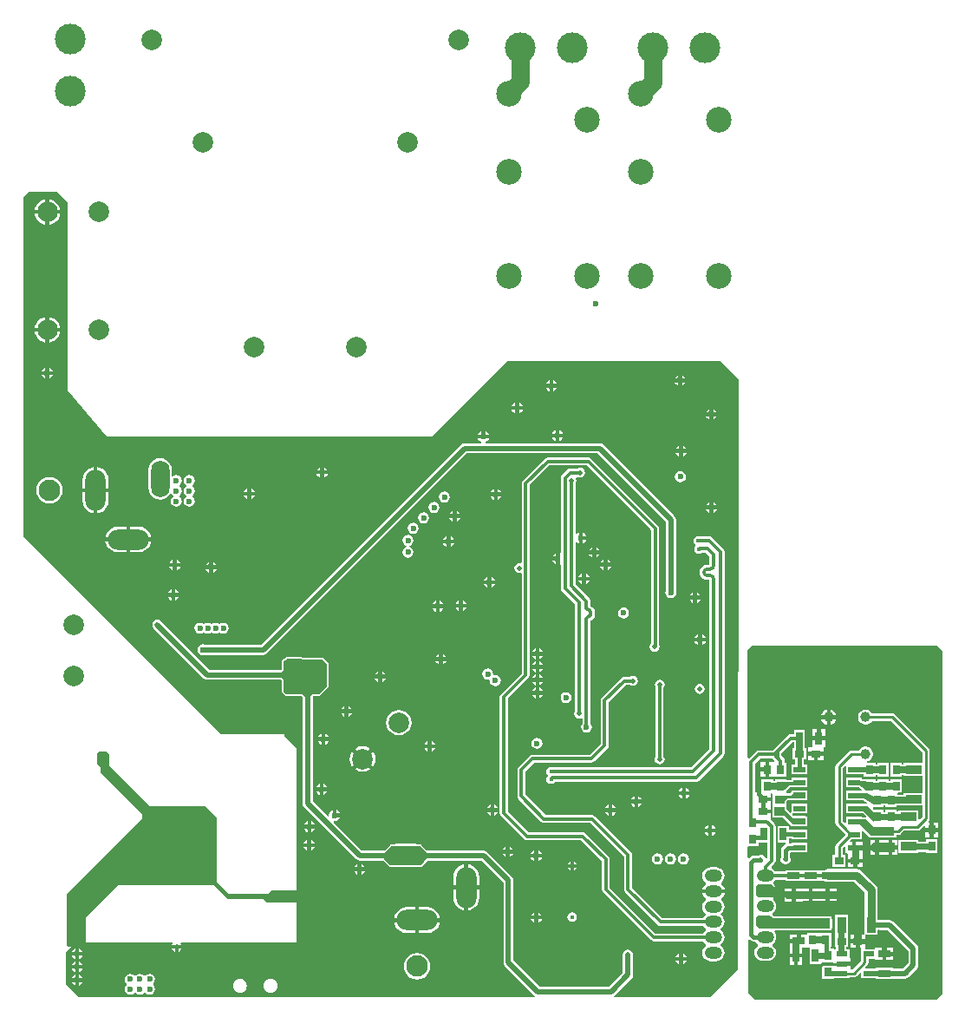
<source format=gbl>
G04*
G04 #@! TF.GenerationSoftware,Altium Limited,Altium Designer,22.10.1 (41)*
G04*
G04 Layer_Physical_Order=4*
G04 Layer_Color=16711680*
%FSLAX44Y44*%
%MOMM*%
G71*
G04*
G04 #@! TF.SameCoordinates,FF558BA5-466A-4189-8B58-D4AB7027BDE0*
G04*
G04*
G04 #@! TF.FilePolarity,Positive*
G04*
G01*
G75*
%ADD19C,0.2540*%
%ADD67R,1.1000X0.6000*%
%ADD99C,2.1000*%
%ADD103R,0.7000X1.3000*%
%ADD104R,0.9652X0.7874*%
%ADD109R,1.3000X0.7000*%
%ADD112R,0.7874X0.9652*%
%ADD138C,0.3810*%
%ADD139C,0.3741*%
%ADD140C,0.7620*%
%ADD141C,0.3048*%
%ADD143C,0.5080*%
%ADD144C,0.3493*%
%ADD149C,1.7780*%
%ADD150O,1.7000X1.2000*%
%ADD151C,1.0000*%
%ADD152C,3.0000*%
%ADD153C,2.5000*%
%ADD154O,3.6000X1.8000*%
%ADD155O,2.0000X4.0000*%
%ADD156O,4.0000X2.0000*%
%ADD157C,2.0000*%
%ADD158C,0.3000*%
%ADD159O,1.8000X3.6000*%
%ADD160C,0.5000*%
%ADD161C,0.4500*%
%ADD162C,0.6000*%
%ADD211R,1.1800X0.5800*%
%ADD212R,1.6000X0.9000*%
%ADD213R,0.9000X1.6000*%
%ADD214C,0.3510*%
G36*
X302006Y339090D02*
X306832D01*
X310896Y335026D01*
Y313436D01*
X303276Y305816D01*
X296958D01*
X294367Y302768D01*
X289833D01*
X286785Y305816D01*
X271018D01*
X268732Y308102D01*
Y319487D01*
X265684Y321818D01*
Y326898D01*
X268732Y328870D01*
Y337566D01*
X270510Y338582D01*
X272161Y339725D01*
X302006Y339090D01*
D02*
G37*
G36*
X911962Y347408D02*
Y12967D01*
X906475Y7480D01*
X728650D01*
X722154Y13976D01*
X722042Y66052D01*
X723311Y66579D01*
X724412Y65478D01*
X725798Y64552D01*
X727434Y64227D01*
X729335D01*
X730590Y62590D01*
X731654Y61774D01*
Y60226D01*
X730590Y59410D01*
X729262Y57679D01*
X728427Y55663D01*
X728142Y53500D01*
X728427Y51337D01*
X729262Y49321D01*
X730590Y47590D01*
X732321Y46262D01*
X734337Y45427D01*
X736500Y45142D01*
X741500D01*
X743663Y45427D01*
X745679Y46262D01*
X747410Y47590D01*
X748738Y49321D01*
X749573Y51337D01*
X749857Y53500D01*
X749573Y55663D01*
X748738Y57679D01*
X747410Y59410D01*
X746346Y60226D01*
Y61774D01*
X747410Y62590D01*
X748738Y64321D01*
X749573Y66337D01*
X749857Y68500D01*
X749573Y70663D01*
X748738Y72679D01*
X747817Y73879D01*
X748443Y75149D01*
X781291D01*
X800330Y74895D01*
X800342Y74898D01*
X800354Y74895D01*
X801878D01*
X802572Y75033D01*
X802871Y75233D01*
X803683D01*
Y75957D01*
X804061Y76522D01*
X804199Y77216D01*
Y86360D01*
X804061Y87054D01*
X803683Y87619D01*
Y88441D01*
X802850D01*
X802318Y88797D01*
X801624Y88935D01*
X747774D01*
X747410Y89410D01*
X746346Y90226D01*
Y91774D01*
X747410Y92590D01*
X748738Y94321D01*
X749573Y96337D01*
X749857Y98500D01*
X749573Y100663D01*
X748738Y102679D01*
X747410Y104410D01*
X746589Y105040D01*
Y106640D01*
X747284Y107174D01*
X732282D01*
X729996Y109460D01*
Y117842D01*
X731774Y119620D01*
X745490D01*
X749705Y115405D01*
X749863D01*
X749820Y115729D01*
X748960Y117807D01*
X747591Y119591D01*
X746589Y120360D01*
Y121960D01*
X747410Y122590D01*
X748738Y124321D01*
X748762Y124380D01*
X758548D01*
Y123222D01*
X775104D01*
Y123222D01*
X775312Y123348D01*
X797027D01*
X797721Y122884D01*
X800100Y122411D01*
X826125D01*
X836285Y112252D01*
Y90278D01*
X836222D01*
Y71725D01*
X836222Y70977D01*
X835703Y70977D01*
X831406D01*
Y66405D01*
X836867D01*
Y69974D01*
X836867Y70722D01*
X837386Y70722D01*
X848778D01*
Y75003D01*
X850048Y75542D01*
X851046Y75343D01*
X858514D01*
X878745Y55112D01*
Y43186D01*
X873500Y37940D01*
X863496D01*
Y38298D01*
X846940D01*
Y37778D01*
X837045D01*
X836559Y38951D01*
X838732Y41124D01*
X838732Y41124D01*
X839518Y42301D01*
X839794Y43688D01*
X839794Y43688D01*
Y47222D01*
X846178D01*
Y45980D01*
X853313D01*
Y52020D01*
Y58060D01*
X846178D01*
Y56778D01*
X836927D01*
X836867Y58023D01*
X836867D01*
Y62595D01*
X831406D01*
Y58023D01*
X832662D01*
X832722Y56778D01*
X832722D01*
Y51173D01*
X832542Y50270D01*
X832542Y50270D01*
Y45190D01*
X823978Y36626D01*
X823171D01*
X822040Y36960D01*
Y40595D01*
X814000D01*
Y44405D01*
X822040D01*
Y48040D01*
X821278D01*
Y56778D01*
X818423D01*
Y58785D01*
X820103D01*
Y70215D01*
X820103D01*
X819778Y70722D01*
Y90278D01*
X807222D01*
Y70722D01*
X806895Y70215D01*
X806895D01*
Y58785D01*
X808058D01*
X808286Y57515D01*
X807549Y56778D01*
X806850Y56778D01*
X805715Y57104D01*
X805587Y57104D01*
X803183D01*
Y59231D01*
X803683D01*
Y72439D01*
X792253D01*
Y72439D01*
X791183D01*
Y72439D01*
X779753D01*
Y70606D01*
X773811D01*
Y64566D01*
X771906D01*
Y63500D01*
X772160D01*
Y54356D01*
X765810D01*
Y62661D01*
X762866D01*
Y58526D01*
X762960D01*
Y52405D01*
X769000D01*
X775040D01*
Y58526D01*
X780946D01*
Y58526D01*
X781452Y58711D01*
X782722Y57861D01*
Y42222D01*
X793278D01*
Y43261D01*
X794285Y43896D01*
X805715Y43896D01*
X805960Y42727D01*
Y42270D01*
X805715Y41102D01*
X794285D01*
Y27894D01*
X805588D01*
X805715Y27894D01*
X805715Y27894D01*
X806722Y28222D01*
X806722Y28222D01*
X821278D01*
Y29374D01*
X825480D01*
X825480Y29374D01*
X826868Y29650D01*
X828044Y30436D01*
X831549Y33941D01*
X832722Y33455D01*
Y28222D01*
X846940D01*
Y27742D01*
X863496D01*
Y28100D01*
X875538D01*
X877421Y28474D01*
X879017Y29541D01*
X887145Y37669D01*
X888212Y39265D01*
X888587Y41148D01*
Y57150D01*
X888212Y59033D01*
X887145Y60629D01*
X864031Y83743D01*
X862435Y84810D01*
X860552Y85184D01*
X851996D01*
X850810Y85421D01*
X848778D01*
Y90278D01*
X848715D01*
Y114826D01*
X848242Y117205D01*
X846895Y119221D01*
X833095Y133021D01*
X831079Y134368D01*
X828700Y134841D01*
X800100D01*
X797721Y134368D01*
X797027Y133904D01*
X775312D01*
Y133904D01*
X775104Y133778D01*
X758548D01*
Y132620D01*
X748762D01*
X748738Y132679D01*
X747410Y134410D01*
X745679Y135738D01*
X745226Y135926D01*
X744978Y137171D01*
X748156Y140349D01*
X749049Y141686D01*
X749362Y143262D01*
Y176333D01*
X749049Y177910D01*
X748156Y179246D01*
X744149Y183253D01*
X744364Y184523D01*
X744364D01*
X744364Y184523D01*
Y189095D01*
X736998D01*
Y192905D01*
X744364D01*
Y196523D01*
Y201095D01*
X736998D01*
Y204905D01*
X744364D01*
Y208850D01*
X745301Y209138D01*
X746396Y208348D01*
Y197985D01*
X746396Y197285D01*
X746396Y195827D01*
X746355Y195766D01*
X746217Y195072D01*
Y186944D01*
X746355Y186250D01*
X746396Y186189D01*
Y185285D01*
X747313D01*
X747336Y185269D01*
X748030Y185131D01*
X756677D01*
X764722Y177086D01*
Y176622D01*
X765426D01*
X766064Y176495D01*
X778510D01*
X779148Y176622D01*
X780078D01*
Y177454D01*
X780185Y177614D01*
X780323Y178308D01*
Y184658D01*
X780185Y185352D01*
X780078Y185512D01*
Y185978D01*
X779735D01*
X779204Y186333D01*
X778510Y186471D01*
X766815Y186471D01*
X765234Y188052D01*
X765760Y189322D01*
X780078D01*
Y198678D01*
X764722D01*
Y190360D01*
X763452Y189834D01*
X759749Y193537D01*
Y195072D01*
X759611Y195766D01*
X759604Y195776D01*
X759604Y196715D01*
X759604Y197985D01*
Y200713D01*
X760918Y201895D01*
X778256D01*
X778894Y202022D01*
X780078D01*
Y211378D01*
X764722D01*
Y210362D01*
X764643Y210244D01*
X764578Y209915D01*
X763082Y208569D01*
X760643D01*
X759715Y209394D01*
X759715Y209939D01*
Y211296D01*
X763408Y214989D01*
X764722D01*
Y214722D01*
X780078D01*
Y224078D01*
X764722D01*
Y221618D01*
X759715D01*
Y222602D01*
X748285D01*
Y220761D01*
X746715D01*
Y222604D01*
X735285D01*
Y209477D01*
X729632D01*
X729284Y210603D01*
Y237526D01*
X734271Y242514D01*
X746295D01*
X748091Y240718D01*
X747705Y239308D01*
X747589Y239278D01*
X747477Y239368D01*
X747331Y239368D01*
X742905D01*
Y232002D01*
Y224636D01*
X747477D01*
X748432Y225396D01*
X748747Y225396D01*
X759715D01*
Y238604D01*
X758120D01*
Y240636D01*
X757806Y242213D01*
X756913Y243549D01*
X754599Y245864D01*
Y247404D01*
X765711Y258516D01*
X767136D01*
Y254358D01*
X767136D01*
X767081Y253111D01*
X765796D01*
Y241681D01*
X768127D01*
Y236778D01*
X764722D01*
Y227422D01*
X780078D01*
Y236778D01*
X776673D01*
Y241681D01*
X779004D01*
Y253111D01*
X777747D01*
X777692Y254358D01*
X777692D01*
Y270914D01*
X767136D01*
Y266756D01*
X764004D01*
X762427Y266443D01*
X761091Y265549D01*
X746295Y250754D01*
X732565D01*
X730988Y250441D01*
X729651Y249547D01*
X722933Y242829D01*
X721662Y243354D01*
X721436Y348660D01*
X725799Y353022D01*
X906348D01*
X911962Y347408D01*
D02*
G37*
G36*
X775462Y249682D02*
X769112D01*
Y258826D01*
X775462D01*
Y249682D01*
D02*
G37*
G36*
X752786Y242411D02*
X752361Y241986D01*
X750183Y244164D01*
Y247948D01*
X752786Y249250D01*
Y242411D01*
D02*
G37*
G36*
X777615Y216802D02*
X762657D01*
X757819Y211963D01*
X750675D01*
Y212598D01*
X742442D01*
Y218948D01*
X750675D01*
Y219551D01*
X750929Y219805D01*
X765661D01*
X767185Y221329D01*
X777615D01*
X777615Y216802D01*
D02*
G37*
G36*
X778256Y203708D02*
X760222D01*
X757682Y201422D01*
Y199136D01*
X748284D01*
Y206756D01*
X763778D01*
X766318Y209042D01*
Y209550D01*
X778256D01*
X778256Y203708D01*
D02*
G37*
G36*
X57658Y785876D02*
Y602025D01*
X96174Y557276D01*
X413766D01*
X487172Y630682D01*
X695706D01*
Y630174D01*
X713486Y612394D01*
X711962Y37084D01*
X684784Y9906D01*
X591666D01*
X591281Y11176D01*
X591870Y11570D01*
X608410Y28110D01*
X609477Y29706D01*
X609851Y31590D01*
Y51214D01*
X609477Y53098D01*
X608410Y54694D01*
X606814Y55760D01*
X604931Y56135D01*
X603048Y55760D01*
X601452Y54694D01*
X600385Y53098D01*
X600010Y51214D01*
Y33628D01*
X586353Y19970D01*
X518865D01*
X493108Y45726D01*
Y123897D01*
X492734Y125780D01*
X491667Y127376D01*
X488691Y130352D01*
X488691Y130352D01*
X467565Y151479D01*
X465968Y152546D01*
X464085Y152921D01*
X408584D01*
X403666Y158433D01*
X403624Y158464D01*
X403595Y158508D01*
X403343Y158676D01*
X403101Y158859D01*
X403051Y158872D01*
X403007Y158901D01*
X402710Y158960D01*
X402417Y159036D01*
X402365Y159029D01*
X402313Y159039D01*
X399617D01*
X397000Y159383D01*
X379000D01*
X376383Y159039D01*
X373732D01*
X373674Y159027D01*
X373616Y159035D01*
X373329Y158959D01*
X373038Y158901D01*
X372989Y158868D01*
X372932Y158853D01*
X372696Y158673D01*
X372450Y158508D01*
X372417Y158459D01*
X372370Y158423D01*
X367531Y152921D01*
X345020D01*
X317480Y180461D01*
X318106Y181631D01*
X318516Y181549D01*
X320678Y181979D01*
X322510Y183204D01*
X323735Y185036D01*
X323786Y185293D01*
X318516D01*
Y187198D01*
X316611D01*
Y192468D01*
X316354Y192417D01*
X314522Y191192D01*
X313297Y189360D01*
X312868Y187198D01*
X312949Y186788D01*
X311779Y186162D01*
X297020Y200920D01*
Y303091D01*
X297796Y304003D01*
X303276D01*
X303970Y304141D01*
X304558Y304534D01*
X312178Y312154D01*
X312571Y312742D01*
X312709Y313436D01*
Y335026D01*
X312571Y335720D01*
X312178Y336308D01*
X308114Y340372D01*
X307526Y340765D01*
X306832Y340903D01*
X302026D01*
X272200Y341537D01*
X271990Y341500D01*
X271778Y341497D01*
X271645Y341439D01*
X271503Y341414D01*
X271324Y341300D01*
X271129Y341216D01*
X269543Y340117D01*
X267833Y339140D01*
X267651Y338982D01*
X267450Y338848D01*
X267386Y338752D01*
X267299Y338676D01*
X267191Y338460D01*
X267057Y338260D01*
X267035Y338146D01*
X266983Y338043D01*
X266966Y337803D01*
X266919Y337566D01*
Y329856D01*
X266026Y329278D01*
X196348D01*
X148767Y376859D01*
X147171Y377926D01*
X145288Y378301D01*
X143405Y377926D01*
X141809Y376859D01*
X140742Y375263D01*
X140367Y373380D01*
X140742Y371497D01*
X141809Y369901D01*
X190831Y320879D01*
X192427Y319812D01*
X194310Y319438D01*
X265813D01*
X266919Y318591D01*
Y308102D01*
X267057Y307408D01*
X267450Y306820D01*
X269736Y304534D01*
X270324Y304141D01*
X271018Y304003D01*
X286034D01*
X287180Y302858D01*
Y198882D01*
X287554Y196999D01*
X288621Y195403D01*
X339503Y144521D01*
X341099Y143454D01*
X342982Y143079D01*
X365913D01*
X371590Y137402D01*
X372178Y137009D01*
X372872Y136871D01*
X377066D01*
X379000Y136617D01*
X397000D01*
X398933Y136871D01*
X403220D01*
X403341Y136895D01*
X403465Y136888D01*
X403685Y136964D01*
X403914Y137009D01*
X404017Y137078D01*
X404134Y137118D01*
X404308Y137273D01*
X404502Y137402D01*
X404571Y137505D01*
X404663Y137587D01*
X408837Y143079D01*
X462047D01*
X481733Y123394D01*
X481733Y123394D01*
X483268Y121859D01*
Y43688D01*
X483642Y41805D01*
X484709Y40209D01*
X513347Y11570D01*
X513937Y11176D01*
X513552Y9906D01*
X68834D01*
X56134Y22606D01*
Y53594D01*
X61366Y58826D01*
X58382D01*
X56928Y60280D01*
Y111081D01*
X130505Y184658D01*
Y188849D01*
X90049Y229305D01*
Y234442D01*
X86760Y237731D01*
Y240392D01*
X86862Y240494D01*
Y247580D01*
X89224Y249942D01*
X95491D01*
X98260Y247174D01*
Y235261D01*
X98057Y235058D01*
X138230Y196574D01*
X140412Y195858D01*
X140964Y195961D01*
X142151Y196183D01*
X192246D01*
X203810Y184620D01*
Y122161D01*
X215500Y110471D01*
X253244D01*
X256584Y113811D01*
X280924D01*
Y253238D01*
X269240Y264922D01*
Y266700D01*
X207264D01*
X14224Y459740D01*
Y789940D01*
X19812Y795528D01*
X47752Y795782D01*
X57658Y785876D01*
D02*
G37*
G36*
X757936Y192786D02*
X766064Y184658D01*
X778510Y184658D01*
Y178308D01*
X766064D01*
X757428Y186944D01*
X748030D01*
Y195072D01*
X757936D01*
Y192786D01*
D02*
G37*
G36*
X737108Y163081D02*
X727964D01*
Y167564D01*
X737108D01*
Y163081D01*
D02*
G37*
G36*
X741122Y145616D02*
X740616Y145239D01*
X739150Y145695D01*
X738714Y146748D01*
X737368Y148094D01*
X735609Y148823D01*
X733705D01*
X732467Y148310D01*
X727900D01*
X726265Y147985D01*
X724879Y147059D01*
X723142Y145322D01*
X721871Y145847D01*
X721849Y156244D01*
X722746Y157143D01*
X732682D01*
Y160454D01*
X741122D01*
Y145616D01*
D02*
G37*
G36*
X408432Y150368D02*
Y145542D01*
X403220Y138684D01*
X372872D01*
X367030Y144526D01*
Y149606D01*
X373732Y157226D01*
X402313D01*
X408432Y150368D01*
D02*
G37*
G36*
X746506Y87122D02*
X801624D01*
X802386Y86360D01*
Y77216D01*
X801878Y76708D01*
X800354D01*
X781304Y76962D01*
X733806D01*
X730250Y80518D01*
Y87630D01*
X732282Y89662D01*
X743966D01*
X746506Y87122D01*
D02*
G37*
G36*
X816743Y65824D02*
X810393D01*
Y74968D01*
X816743D01*
Y65824D01*
D02*
G37*
G36*
X796036Y62484D02*
X786892D01*
Y68834D01*
X796036D01*
Y62484D01*
D02*
G37*
G36*
X816610Y53340D02*
X810260D01*
Y62484D01*
X816610D01*
Y53340D01*
D02*
G37*
G36*
X801370D02*
X798068D01*
Y46990D01*
X788924D01*
Y53340D01*
X796544D01*
Y62484D01*
X801370D01*
Y53340D01*
D02*
G37*
G36*
X810260Y30480D02*
X801116D01*
Y35306D01*
X810260D01*
Y30480D01*
D02*
G37*
G36*
X851408Y30226D02*
X842264D01*
Y35560D01*
X851408D01*
Y30226D01*
D02*
G37*
%LPC*%
G36*
X802905Y290296D02*
Y284905D01*
X808296D01*
X808026Y285910D01*
X807033Y287630D01*
X805630Y289034D01*
X803910Y290026D01*
X802905Y290296D01*
D02*
G37*
G36*
X799095D02*
X798090Y290026D01*
X796370Y289034D01*
X794967Y287630D01*
X793974Y285910D01*
X793705Y284905D01*
X799095D01*
Y290296D01*
D02*
G37*
G36*
X808296Y281095D02*
X802905D01*
Y275704D01*
X803910Y275974D01*
X805630Y276966D01*
X807033Y278370D01*
X808026Y280090D01*
X808296Y281095D01*
D02*
G37*
G36*
X799095D02*
X793705D01*
X793974Y280090D01*
X794967Y278370D01*
X796370Y276966D01*
X798090Y275974D01*
X799095Y275704D01*
Y281095D01*
D02*
G37*
G36*
X797454Y271676D02*
X793319D01*
Y264541D01*
X797454D01*
Y271676D01*
D02*
G37*
G36*
X789509D02*
X785374D01*
Y264541D01*
X789509D01*
Y271676D01*
D02*
G37*
G36*
X797454Y260731D02*
X791414D01*
X785374D01*
Y253873D01*
X781036D01*
Y249301D01*
X788402D01*
X795768D01*
Y253596D01*
X797454D01*
Y260731D01*
D02*
G37*
G36*
X795768Y245491D02*
X790307D01*
Y240919D01*
X795768D01*
Y245491D01*
D02*
G37*
G36*
X786497D02*
X781036D01*
Y240919D01*
X786497D01*
Y245491D01*
D02*
G37*
G36*
X837959Y290286D02*
X836041D01*
X834188Y289789D01*
X832526Y288830D01*
X831170Y287474D01*
X830211Y285812D01*
X829714Y283959D01*
Y282041D01*
X830211Y280188D01*
X831170Y278526D01*
X832526Y277170D01*
X834188Y276210D01*
X836041Y275714D01*
X837959D01*
X839812Y276210D01*
X841474Y277170D01*
X842830Y278526D01*
X843441Y279584D01*
X861844D01*
X892486Y248942D01*
Y238278D01*
X874222D01*
Y236763D01*
X872715D01*
Y238604D01*
X861285D01*
Y225396D01*
X872715D01*
Y226787D01*
X874222D01*
Y225722D01*
X892486D01*
Y209278D01*
X874222D01*
Y207299D01*
X868481D01*
X868233Y207547D01*
X868253Y209109D01*
X868543Y209394D01*
X872715D01*
Y222602D01*
X861285D01*
Y220761D01*
X859715D01*
Y222602D01*
X848285D01*
Y220761D01*
X846715D01*
Y222602D01*
X835285D01*
Y222602D01*
X835055Y222382D01*
X833278Y222453D01*
Y224078D01*
X817922D01*
Y214722D01*
X830611D01*
X833204Y212648D01*
X832758Y211378D01*
X817922D01*
Y202022D01*
X833278D01*
Y202022D01*
X834517Y201947D01*
X838486Y199679D01*
X838148Y198409D01*
X833278D01*
Y198678D01*
X817922D01*
Y189322D01*
X833278D01*
Y189449D01*
X834655D01*
X837714Y186390D01*
X837261Y185375D01*
X837107Y185201D01*
X833278D01*
Y185978D01*
X817922D01*
Y180065D01*
X816749Y179579D01*
X814648Y181680D01*
Y233448D01*
X816749Y235549D01*
X817922Y235063D01*
Y227422D01*
X833278D01*
Y227549D01*
X835285D01*
Y225396D01*
X846715D01*
Y226787D01*
X848285D01*
Y225396D01*
X859715D01*
Y238604D01*
X848285D01*
Y236763D01*
X846715D01*
Y238604D01*
X838724D01*
X838556Y239874D01*
X839812Y240210D01*
X841474Y241170D01*
X842830Y242526D01*
X843789Y244188D01*
X844286Y246041D01*
Y247959D01*
X843789Y249812D01*
X842830Y251474D01*
X841474Y252830D01*
X839812Y253789D01*
X837959Y254286D01*
X836041D01*
X834188Y253789D01*
X832526Y252830D01*
X831170Y251474D01*
X830680Y250626D01*
X823072D01*
X823072Y250626D01*
X821684Y250350D01*
X820508Y249564D01*
X820508Y249564D01*
X808458Y237514D01*
X807672Y236338D01*
X807396Y234950D01*
X807396Y234950D01*
Y180178D01*
X807396Y180178D01*
X807672Y178790D01*
X808458Y177614D01*
X814442Y171630D01*
X817511Y168562D01*
X808434Y159486D01*
X807648Y158310D01*
X807372Y156922D01*
X807372Y156922D01*
Y148715D01*
X804394D01*
Y137285D01*
X817602D01*
Y148715D01*
X814624D01*
Y155420D01*
X815987Y156783D01*
X817160Y156297D01*
Y150460D01*
X818941D01*
X819634Y149477D01*
X819634Y149190D01*
Y144905D01*
X827000D01*
X834366D01*
Y149325D01*
X834366Y149477D01*
X834040Y150612D01*
X834040Y150747D01*
Y153162D01*
X830402D01*
Y145332D01*
X824052D01*
Y153162D01*
X820166D01*
X819912Y153416D01*
Y158496D01*
X823695D01*
Y161340D01*
X822203D01*
X821717Y162513D01*
X823125Y163922D01*
X833278D01*
Y172266D01*
X834548Y172792D01*
X841236Y166104D01*
X841824Y165711D01*
X842518Y165573D01*
X842645D01*
Y165354D01*
X854075D01*
Y165573D01*
X855645D01*
Y165354D01*
X867075D01*
Y168332D01*
X869107D01*
X869107Y168332D01*
X870495Y168608D01*
X871671Y169394D01*
X874419Y172142D01*
X887476D01*
X887476Y172142D01*
X888864Y172418D01*
X890040Y173204D01*
X894050Y177214D01*
X895223Y176728D01*
Y175006D01*
X899795D01*
Y180467D01*
X898962D01*
X898476Y181640D01*
X898676Y181840D01*
X898676Y181840D01*
X899462Y183016D01*
X899738Y184404D01*
X899738Y184404D01*
Y250444D01*
X899462Y251831D01*
X898676Y253008D01*
X898676Y253008D01*
X865910Y285774D01*
X864734Y286560D01*
X863346Y286836D01*
X863346Y286836D01*
X843199D01*
X842830Y287474D01*
X841474Y288830D01*
X839812Y289789D01*
X837959Y290286D01*
D02*
G37*
G36*
X739095Y239368D02*
X734523D01*
Y233907D01*
X739095D01*
Y239368D01*
D02*
G37*
G36*
Y230097D02*
X734523D01*
Y224636D01*
X739095D01*
Y230097D01*
D02*
G37*
G36*
X908177Y180467D02*
X903605D01*
Y175006D01*
X908177D01*
Y180467D01*
D02*
G37*
G36*
Y171196D02*
X903605D01*
Y165735D01*
X908177D01*
Y171196D01*
D02*
G37*
G36*
X899795D02*
X895223D01*
Y165735D01*
X899795D01*
Y171196D01*
D02*
G37*
G36*
X761913Y177010D02*
X751357D01*
Y160454D01*
X758714D01*
X759100Y159184D01*
X758707Y158922D01*
X755803Y156018D01*
X754877Y154632D01*
X754552Y152997D01*
Y146399D01*
X754039Y145161D01*
Y143257D01*
X754768Y141497D01*
X756114Y140151D01*
X757873Y139423D01*
X759777D01*
X761536Y140151D01*
X762882Y141497D01*
X763611Y143257D01*
Y145161D01*
X763098Y146399D01*
Y150450D01*
X763581Y150911D01*
X764722Y151222D01*
Y151222D01*
X780078D01*
Y160578D01*
X764722D01*
Y160173D01*
X763066D01*
X761913Y160454D01*
X761913Y161443D01*
Y164459D01*
X764722D01*
Y163922D01*
X780078D01*
Y173278D01*
X764722D01*
Y173005D01*
X761913D01*
Y177010D01*
D02*
G37*
G36*
X907415Y163703D02*
X895985D01*
Y161706D01*
X888698D01*
Y163278D01*
X869142D01*
Y150722D01*
X888698D01*
Y151730D01*
X895985D01*
Y150495D01*
X907415D01*
Y163703D01*
D02*
G37*
G36*
X854883Y163322D02*
X853613Y163322D01*
X850265D01*
Y160528D01*
X859455D01*
Y163322D01*
X854883D01*
D02*
G37*
G36*
X846455Y163322D02*
X841883D01*
Y158496D01*
X842518D01*
X844550Y160528D01*
X846455D01*
Y163322D01*
D02*
G37*
G36*
X834040Y161340D02*
X827505D01*
Y158496D01*
X834040D01*
Y161340D01*
D02*
G37*
G36*
X863265Y163322D02*
Y160528D01*
X865124D01*
Y157861D01*
X867837D01*
Y163322D01*
X863265D01*
D02*
G37*
G36*
X867837Y154051D02*
X865124D01*
Y151384D01*
X863265D01*
Y148590D01*
X867837D01*
Y154051D01*
D02*
G37*
G36*
X843026Y153162D02*
X841883D01*
Y148590D01*
X846455D01*
Y151384D01*
X844804D01*
X843026Y153162D01*
D02*
G37*
G36*
X859455Y151384D02*
X850265D01*
Y148590D01*
X853613D01*
X854837Y148590D01*
X856107Y148590D01*
X859455D01*
Y151384D01*
D02*
G37*
G36*
X834366Y141095D02*
X828905D01*
Y136523D01*
X834366D01*
Y141095D01*
D02*
G37*
G36*
X825095D02*
X819634D01*
Y136523D01*
X825095D01*
Y141095D01*
D02*
G37*
G36*
X798195Y115666D02*
X785495D01*
Y113538D01*
X798195D01*
Y115666D01*
D02*
G37*
G36*
X781685D02*
X774550D01*
Y115540D01*
X768731D01*
Y113538D01*
X781685D01*
Y115666D01*
D02*
G37*
G36*
X764921Y115540D02*
X757786D01*
Y113538D01*
X764921D01*
Y115540D01*
D02*
G37*
G36*
X809140Y115666D02*
X802005D01*
Y113538D01*
X805942D01*
X807212Y112268D01*
Y111531D01*
X809140D01*
Y115666D01*
D02*
G37*
G36*
Y107721D02*
X807212D01*
Y106426D01*
X806196Y105410D01*
X802005Y105457D01*
Y103586D01*
X809140D01*
Y107721D01*
D02*
G37*
G36*
X785495Y105640D02*
Y103586D01*
X798195D01*
Y105499D01*
X785495Y105640D01*
D02*
G37*
G36*
X768731Y105826D02*
Y103460D01*
X775866D01*
Y103586D01*
X781685D01*
Y105682D01*
X768731Y105826D01*
D02*
G37*
G36*
X758190Y107174D02*
X757786D01*
Y103460D01*
X764921D01*
Y105869D01*
X760476Y105918D01*
X758190Y107174D01*
D02*
G37*
G36*
X770001Y70606D02*
X762866D01*
Y66471D01*
X770001D01*
Y70606D01*
D02*
G37*
G36*
X827596Y70977D02*
X822135D01*
Y66405D01*
X827596D01*
Y70977D01*
D02*
G37*
G36*
Y62595D02*
X822135D01*
Y58023D01*
X827596D01*
Y62595D01*
D02*
G37*
G36*
X864258Y58060D02*
X857123D01*
Y53925D01*
X864258D01*
Y58060D01*
D02*
G37*
G36*
Y50115D02*
X857123D01*
Y45980D01*
X864258D01*
Y50115D01*
D02*
G37*
G36*
X775040Y48595D02*
X770905D01*
Y41460D01*
X775040D01*
Y48595D01*
D02*
G37*
G36*
X767095D02*
X762960D01*
Y41460D01*
X767095D01*
Y48595D01*
D02*
G37*
%LPD*%
G36*
X839724Y229362D02*
X830580D01*
Y234696D01*
X839724D01*
Y229362D01*
D02*
G37*
G36*
X878078Y228600D02*
X868934D01*
Y234950D01*
X878078D01*
Y228600D01*
D02*
G37*
G36*
X851662D02*
X842518D01*
Y234950D01*
X851662D01*
Y228600D01*
D02*
G37*
G36*
X866140Y212598D02*
X856996D01*
Y218948D01*
X866140D01*
Y212598D01*
D02*
G37*
G36*
X851662D02*
X842518D01*
Y218948D01*
X851662D01*
Y212598D01*
D02*
G37*
G36*
X837438Y220472D02*
Y219202D01*
Y211836D01*
X834898Y213614D01*
X831088Y216662D01*
Y220726D01*
X837438Y220472D01*
D02*
G37*
G36*
X876554Y199136D02*
X864616D01*
Y205486D01*
X876554D01*
Y199136D01*
D02*
G37*
G36*
X860298Y198882D02*
X851154D01*
Y205232D01*
X860298D01*
Y198882D01*
D02*
G37*
G36*
X845312Y205740D02*
Y197866D01*
X834644Y203962D01*
X830072D01*
Y209296D01*
X838200D01*
X845312Y205740D01*
D02*
G37*
G36*
X874222Y196722D02*
X892486D01*
Y185906D01*
X889871Y183291D01*
X888698Y183777D01*
Y192278D01*
X869142D01*
Y190789D01*
X867583D01*
Y192533D01*
X856153D01*
Y190535D01*
X854583D01*
Y192532D01*
X845590D01*
X844066Y194056D01*
X844592Y195326D01*
X854583D01*
Y197069D01*
X856153D01*
Y195327D01*
X867583D01*
Y197323D01*
X874222D01*
Y196722D01*
D02*
G37*
G36*
X872744Y182626D02*
X863600D01*
Y188976D01*
X872744D01*
Y182626D01*
D02*
G37*
G36*
X859790Y182372D02*
X850646D01*
Y188722D01*
X859790D01*
Y182372D01*
D02*
G37*
G36*
X845312Y190246D02*
Y181356D01*
X835406Y191262D01*
X830834D01*
Y196596D01*
X838962D01*
X845312Y190246D01*
D02*
G37*
G36*
X844550Y176022D02*
X864870D01*
Y167386D01*
X842518D01*
X831088Y178816D01*
X820420D01*
Y183134D01*
X820166Y183388D01*
X837184D01*
X844550Y176022D01*
D02*
G37*
G36*
X899160Y153543D02*
X885952D01*
Y159893D01*
X899160D01*
Y153543D01*
D02*
G37*
%LPC*%
G36*
X39905Y788397D02*
Y777905D01*
X50397D01*
X50217Y779274D01*
X48954Y782324D01*
X46944Y784944D01*
X44324Y786954D01*
X41274Y788217D01*
X39905Y788397D01*
D02*
G37*
G36*
X36095D02*
X34726Y788217D01*
X31676Y786954D01*
X29056Y784944D01*
X27046Y782324D01*
X25783Y779274D01*
X25603Y777905D01*
X36095D01*
Y788397D01*
D02*
G37*
G36*
Y774095D02*
X25603D01*
X25783Y772726D01*
X27046Y769676D01*
X29056Y767056D01*
X31676Y765046D01*
X34726Y763783D01*
X36095Y763603D01*
Y774095D01*
D02*
G37*
G36*
X50397D02*
X39905D01*
Y763603D01*
X41274Y763783D01*
X44324Y765046D01*
X46944Y767056D01*
X48954Y769676D01*
X50217Y772726D01*
X50397Y774095D01*
D02*
G37*
G36*
X39905Y673397D02*
Y662905D01*
X50397D01*
X50217Y664274D01*
X48954Y667324D01*
X46944Y669944D01*
X44324Y671954D01*
X41274Y673217D01*
X39905Y673397D01*
D02*
G37*
G36*
X36095D02*
X34726Y673217D01*
X31676Y671954D01*
X29056Y669944D01*
X27046Y667324D01*
X25783Y664274D01*
X25603Y662905D01*
X36095D01*
Y673397D01*
D02*
G37*
G36*
Y659095D02*
X25603D01*
X25783Y657726D01*
X27046Y654676D01*
X29056Y652056D01*
X31676Y650046D01*
X34726Y648783D01*
X36095Y648603D01*
Y659095D01*
D02*
G37*
G36*
X50397D02*
X39905D01*
Y648603D01*
X41274Y648783D01*
X44324Y650046D01*
X46944Y652056D01*
X48954Y654676D01*
X50217Y657726D01*
X50397Y659095D01*
D02*
G37*
G36*
X39751Y624014D02*
Y620649D01*
X43116D01*
X43065Y620906D01*
X41840Y622738D01*
X40008Y623963D01*
X39751Y624014D01*
D02*
G37*
G36*
X35941D02*
X35684Y623963D01*
X33852Y622738D01*
X32627Y620906D01*
X32576Y620649D01*
X35941D01*
Y624014D01*
D02*
G37*
G36*
X657733Y616902D02*
Y613537D01*
X661098D01*
X661047Y613794D01*
X659822Y615626D01*
X657990Y616851D01*
X657733Y616902D01*
D02*
G37*
G36*
X653923D02*
X653666Y616851D01*
X651834Y615626D01*
X650609Y613794D01*
X650558Y613537D01*
X653923D01*
Y616902D01*
D02*
G37*
G36*
X43116Y616839D02*
X39751D01*
Y613474D01*
X40008Y613525D01*
X41840Y614750D01*
X43065Y616582D01*
X43116Y616839D01*
D02*
G37*
G36*
X35941D02*
X32576D01*
X32627Y616582D01*
X33852Y614750D01*
X35684Y613525D01*
X35941Y613474D01*
Y616839D01*
D02*
G37*
G36*
X532003Y611568D02*
Y608203D01*
X535368D01*
X535317Y608460D01*
X534092Y610292D01*
X532260Y611517D01*
X532003Y611568D01*
D02*
G37*
G36*
X528193D02*
X527936Y611517D01*
X526104Y610292D01*
X524879Y608460D01*
X524828Y608203D01*
X528193D01*
Y611568D01*
D02*
G37*
G36*
X661098Y609727D02*
X657733D01*
Y606362D01*
X657990Y606413D01*
X659822Y607638D01*
X661047Y609470D01*
X661098Y609727D01*
D02*
G37*
G36*
X653923D02*
X650558D01*
X650609Y609470D01*
X651834Y607638D01*
X653666Y606413D01*
X653923Y606362D01*
Y609727D01*
D02*
G37*
G36*
X535368Y604393D02*
X532003D01*
Y601028D01*
X532260Y601079D01*
X534092Y602304D01*
X535317Y604136D01*
X535368Y604393D01*
D02*
G37*
G36*
X528193D02*
X524828D01*
X524879Y604136D01*
X526104Y602304D01*
X527936Y601079D01*
X528193Y601028D01*
Y604393D01*
D02*
G37*
G36*
X498729Y589978D02*
Y586613D01*
X502094D01*
X502043Y586870D01*
X500818Y588702D01*
X498986Y589927D01*
X498729Y589978D01*
D02*
G37*
G36*
X494919D02*
X494662Y589927D01*
X492830Y588702D01*
X491605Y586870D01*
X491554Y586613D01*
X494919D01*
Y589978D01*
D02*
G37*
G36*
X688213Y583882D02*
Y580517D01*
X691578D01*
X691527Y580774D01*
X690302Y582606D01*
X688470Y583831D01*
X688213Y583882D01*
D02*
G37*
G36*
X684403D02*
X684146Y583831D01*
X682314Y582606D01*
X681089Y580774D01*
X681038Y580517D01*
X684403D01*
Y583882D01*
D02*
G37*
G36*
X502094Y582803D02*
X498729D01*
Y579438D01*
X498986Y579489D01*
X500818Y580714D01*
X502043Y582546D01*
X502094Y582803D01*
D02*
G37*
G36*
X494919D02*
X491554D01*
X491605Y582546D01*
X492830Y580714D01*
X494662Y579489D01*
X494919Y579438D01*
Y582803D01*
D02*
G37*
G36*
X691578Y576707D02*
X688213D01*
Y573342D01*
X688470Y573393D01*
X690302Y574618D01*
X691527Y576450D01*
X691578Y576707D01*
D02*
G37*
G36*
X684403D02*
X681038D01*
X681089Y576450D01*
X682314Y574618D01*
X684146Y573393D01*
X684403Y573342D01*
Y576707D01*
D02*
G37*
G36*
X538099Y563054D02*
Y559689D01*
X541464D01*
X541413Y559946D01*
X540188Y561778D01*
X538356Y563003D01*
X538099Y563054D01*
D02*
G37*
G36*
X534289D02*
X534032Y563003D01*
X532200Y561778D01*
X530975Y559946D01*
X530924Y559689D01*
X534289D01*
Y563054D01*
D02*
G37*
G36*
X465709Y562038D02*
Y558673D01*
X469074D01*
X469023Y558930D01*
X467798Y560762D01*
X465966Y561987D01*
X465709Y562038D01*
D02*
G37*
G36*
X461899D02*
X461642Y561987D01*
X459810Y560762D01*
X458585Y558930D01*
X458534Y558673D01*
X461899D01*
Y562038D01*
D02*
G37*
G36*
X541464Y555879D02*
X538099D01*
Y552514D01*
X538356Y552565D01*
X540188Y553790D01*
X541413Y555622D01*
X541464Y555879D01*
D02*
G37*
G36*
X534289D02*
X530924D01*
X530975Y555622D01*
X532200Y553790D01*
X534032Y552565D01*
X534289Y552514D01*
Y555879D01*
D02*
G37*
G36*
X658749Y548068D02*
Y544703D01*
X662114D01*
X662063Y544960D01*
X660838Y546792D01*
X659006Y548017D01*
X658749Y548068D01*
D02*
G37*
G36*
X654939D02*
X654682Y548017D01*
X652850Y546792D01*
X651625Y544960D01*
X651574Y544703D01*
X654939D01*
Y548068D01*
D02*
G37*
G36*
X662114Y540893D02*
X658749D01*
Y537528D01*
X659006Y537579D01*
X660838Y538804D01*
X662063Y540636D01*
X662114Y540893D01*
D02*
G37*
G36*
X654939D02*
X651574D01*
X651625Y540636D01*
X652850Y538804D01*
X654682Y537579D01*
X654939Y537528D01*
Y540893D01*
D02*
G37*
G36*
X308229Y527240D02*
Y523875D01*
X311594D01*
X311543Y524132D01*
X310318Y525964D01*
X308486Y527189D01*
X308229Y527240D01*
D02*
G37*
G36*
X304419D02*
X304162Y527189D01*
X302330Y525964D01*
X301105Y524132D01*
X301054Y523875D01*
X304419D01*
Y527240D01*
D02*
G37*
G36*
X558038Y526596D02*
X556171Y526224D01*
X555576Y525827D01*
X548756D01*
X547183Y525514D01*
X545849Y524623D01*
X540725Y519498D01*
X539833Y518165D01*
X539520Y516591D01*
Y443917D01*
X538353Y443245D01*
Y437896D01*
Y432547D01*
X539520Y431875D01*
Y408578D01*
X539833Y407005D01*
X540725Y405671D01*
X553165Y393231D01*
Y288974D01*
X552768Y288379D01*
X552396Y286512D01*
X552768Y284645D01*
X553825Y283062D01*
X555409Y282004D01*
X557276Y281632D01*
X559143Y282004D01*
X559284Y282097D01*
X560404Y281499D01*
Y276793D01*
X559536Y275494D01*
X559126Y273431D01*
X559536Y271369D01*
X560704Y269620D01*
X562453Y268452D01*
X564515Y268041D01*
X566577Y268452D01*
X568326Y269620D01*
X569494Y271369D01*
X569905Y273431D01*
X569494Y275494D01*
X568626Y276793D01*
Y371602D01*
Y377541D01*
X569068Y377628D01*
X570402Y378520D01*
X571608Y379726D01*
X572500Y381060D01*
X572812Y382633D01*
Y386253D01*
X572500Y387826D01*
X571608Y389160D01*
X570402Y390366D01*
X569068Y391258D01*
X568626Y391345D01*
Y395986D01*
X568313Y397559D01*
X567422Y398893D01*
X553767Y412548D01*
Y453363D01*
X555037Y453748D01*
X555060Y453714D01*
X556892Y452489D01*
X557149Y452438D01*
Y457708D01*
Y462978D01*
X556892Y462927D01*
X555060Y461702D01*
X555037Y461668D01*
X553767Y462053D01*
Y511634D01*
X554164Y512229D01*
X554536Y514096D01*
X554164Y515963D01*
X554058Y516123D01*
X554609Y517283D01*
X555762Y517481D01*
X556171Y517208D01*
X558038Y516836D01*
X559905Y517208D01*
X561488Y518265D01*
X562546Y519849D01*
X562918Y521716D01*
X562546Y523583D01*
X561488Y525167D01*
X559905Y526224D01*
X558038Y526596D01*
D02*
G37*
G36*
X311594Y520065D02*
X308229D01*
Y516700D01*
X308486Y516751D01*
X310318Y517976D01*
X311543Y519808D01*
X311594Y520065D01*
D02*
G37*
G36*
X304419D02*
X301054D01*
X301105Y519808D01*
X302330Y517976D01*
X304162Y516751D01*
X304419Y516700D01*
Y520065D01*
D02*
G37*
G36*
X656201Y523041D02*
X654139Y522631D01*
X652390Y521463D01*
X651222Y519715D01*
X650812Y517652D01*
X651222Y515589D01*
X652390Y513841D01*
X654139Y512673D01*
X656201Y512262D01*
X658264Y512673D01*
X660012Y513841D01*
X661181Y515589D01*
X661591Y517652D01*
X661181Y519715D01*
X660012Y521463D01*
X658264Y522631D01*
X656201Y523041D01*
D02*
G37*
G36*
X86905Y526897D02*
Y506405D01*
X97648D01*
Y514500D01*
X97217Y517774D01*
X95954Y520824D01*
X93944Y523444D01*
X91324Y525454D01*
X88274Y526717D01*
X86905Y526897D01*
D02*
G37*
G36*
X83095D02*
X81726Y526717D01*
X78676Y525454D01*
X76056Y523444D01*
X74046Y520824D01*
X72783Y517774D01*
X72352Y514500D01*
Y506405D01*
X83095D01*
Y526897D01*
D02*
G37*
G36*
X237109Y506412D02*
Y503047D01*
X240474D01*
X240423Y503304D01*
X239198Y505136D01*
X237366Y506361D01*
X237109Y506412D01*
D02*
G37*
G36*
X233299D02*
X233042Y506361D01*
X231210Y505136D01*
X229985Y503304D01*
X229934Y503047D01*
X233299D01*
Y506412D01*
D02*
G37*
G36*
X477901Y505650D02*
Y502285D01*
X481266D01*
X481215Y502542D01*
X479990Y504374D01*
X478158Y505599D01*
X477901Y505650D01*
D02*
G37*
G36*
X474091D02*
X473834Y505599D01*
X472002Y504374D01*
X470777Y502542D01*
X470726Y502285D01*
X474091D01*
Y505650D01*
D02*
G37*
G36*
X240474Y499237D02*
X237109D01*
Y495872D01*
X237366Y495923D01*
X239198Y497148D01*
X240423Y498980D01*
X240474Y499237D01*
D02*
G37*
G36*
X233299D02*
X229934D01*
X229985Y498980D01*
X231210Y497148D01*
X233042Y495923D01*
X233299Y495872D01*
Y499237D01*
D02*
G37*
G36*
X481266Y498475D02*
X477901D01*
Y495110D01*
X478158Y495161D01*
X479990Y496386D01*
X481215Y498218D01*
X481266Y498475D01*
D02*
G37*
G36*
X474091D02*
X470726D01*
X470777Y498218D01*
X472002Y496386D01*
X473834Y495161D01*
X474091Y495110D01*
Y498475D01*
D02*
G37*
G36*
X425704Y503229D02*
X423642Y502819D01*
X421893Y501651D01*
X420725Y499902D01*
X420314Y497840D01*
X420725Y495778D01*
X421893Y494029D01*
X423642Y492861D01*
X425704Y492450D01*
X427766Y492861D01*
X429515Y494029D01*
X430683Y495778D01*
X431093Y497840D01*
X430683Y499902D01*
X429515Y501651D01*
X427766Y502819D01*
X425704Y503229D01*
D02*
G37*
G36*
X40000Y517396D02*
X36662Y516957D01*
X33552Y515669D01*
X30881Y513619D01*
X28831Y510948D01*
X27543Y507838D01*
X27104Y504500D01*
X27543Y501162D01*
X28831Y498052D01*
X30881Y495381D01*
X33552Y493331D01*
X36662Y492043D01*
X40000Y491604D01*
X43338Y492043D01*
X46448Y493331D01*
X49119Y495381D01*
X51169Y498052D01*
X52457Y501162D01*
X52896Y504500D01*
X52457Y507838D01*
X51169Y510948D01*
X49119Y513619D01*
X46448Y515669D01*
X43338Y516957D01*
X40000Y517396D01*
D02*
G37*
G36*
X688467Y492950D02*
Y489585D01*
X691832D01*
X691781Y489842D01*
X690556Y491674D01*
X688724Y492899D01*
X688467Y492950D01*
D02*
G37*
G36*
X684657D02*
X684400Y492899D01*
X682568Y491674D01*
X681343Y489842D01*
X681292Y489585D01*
X684657D01*
Y492950D01*
D02*
G37*
G36*
X176530Y519486D02*
X174468Y519075D01*
X172719Y517907D01*
X171551Y516158D01*
X171140Y514096D01*
X171551Y512034D01*
X172719Y510285D01*
X173475Y509780D01*
Y508252D01*
X172719Y507747D01*
X171551Y505998D01*
X171140Y503936D01*
X171551Y501874D01*
X172719Y500125D01*
X173475Y499620D01*
Y498092D01*
X172719Y497587D01*
X171551Y495839D01*
X171140Y493776D01*
X171551Y491713D01*
X172719Y489965D01*
X174468Y488797D01*
X176530Y488386D01*
X178592Y488797D01*
X180341Y489965D01*
X181509Y491713D01*
X181919Y493776D01*
X181509Y495839D01*
X180341Y497587D01*
X179585Y498092D01*
Y499620D01*
X180341Y500125D01*
X181509Y501874D01*
X181919Y503936D01*
X181509Y505998D01*
X180341Y507747D01*
X179585Y508252D01*
Y509780D01*
X180341Y510285D01*
X181509Y512034D01*
X181919Y514096D01*
X181509Y516158D01*
X180341Y517907D01*
X178592Y519075D01*
X176530Y519486D01*
D02*
G37*
G36*
X148000Y535883D02*
X145054Y535495D01*
X142308Y534358D01*
X139951Y532549D01*
X138142Y530192D01*
X137004Y527446D01*
X136617Y524500D01*
Y506500D01*
X137004Y503554D01*
X138142Y500808D01*
X139951Y498451D01*
X142308Y496642D01*
X145054Y495504D01*
X148000Y495117D01*
X150946Y495504D01*
X153692Y496642D01*
X156049Y498451D01*
X157858Y500808D01*
X157926Y500972D01*
X159359Y501113D01*
X160019Y500125D01*
X160775Y499620D01*
Y498092D01*
X160019Y497587D01*
X158851Y495839D01*
X158441Y493776D01*
X158851Y491713D01*
X160019Y489965D01*
X161768Y488797D01*
X163830Y488386D01*
X165893Y488797D01*
X167641Y489965D01*
X168809Y491713D01*
X169219Y493776D01*
X168809Y495839D01*
X167641Y497587D01*
X166885Y498092D01*
Y499620D01*
X167641Y500125D01*
X168809Y501874D01*
X169219Y503936D01*
X168809Y505998D01*
X167641Y507747D01*
X166885Y508252D01*
Y509780D01*
X167641Y510285D01*
X168809Y512034D01*
X169219Y514096D01*
X168809Y516158D01*
X167641Y517907D01*
X165893Y519075D01*
X163830Y519486D01*
X161768Y519075D01*
X160653Y518331D01*
X159383Y519010D01*
Y524500D01*
X158996Y527446D01*
X157858Y530192D01*
X156049Y532549D01*
X153692Y534358D01*
X150946Y535495D01*
X148000Y535883D01*
D02*
G37*
G36*
X691832Y485775D02*
X688467D01*
Y482410D01*
X688724Y482461D01*
X690556Y483686D01*
X691781Y485518D01*
X691832Y485775D01*
D02*
G37*
G36*
X684657D02*
X681292D01*
X681343Y485518D01*
X682568Y483686D01*
X684400Y482461D01*
X684657Y482410D01*
Y485775D01*
D02*
G37*
G36*
X415544Y493069D02*
X413481Y492659D01*
X411733Y491491D01*
X410565Y489743D01*
X410154Y487680D01*
X410565Y485617D01*
X411733Y483869D01*
X413481Y482701D01*
X415544Y482290D01*
X417607Y482701D01*
X419355Y483869D01*
X420523Y485617D01*
X420933Y487680D01*
X420523Y489743D01*
X419355Y491491D01*
X417607Y492659D01*
X415544Y493069D01*
D02*
G37*
G36*
X83095Y502595D02*
X72352D01*
Y494500D01*
X72783Y491226D01*
X74046Y488176D01*
X76056Y485556D01*
X78676Y483546D01*
X81726Y482283D01*
X83095Y482103D01*
Y502595D01*
D02*
G37*
G36*
X97648D02*
X86905D01*
Y482103D01*
X88274Y482283D01*
X91324Y483546D01*
X93944Y485556D01*
X95954Y488176D01*
X97217Y491226D01*
X97648Y494500D01*
Y502595D01*
D02*
G37*
G36*
X437769Y484568D02*
Y481203D01*
X441134D01*
X441083Y481460D01*
X439858Y483292D01*
X438026Y484517D01*
X437769Y484568D01*
D02*
G37*
G36*
X433959D02*
X433702Y484517D01*
X431870Y483292D01*
X430645Y481460D01*
X430594Y481203D01*
X433959D01*
Y484568D01*
D02*
G37*
G36*
X441134Y477393D02*
X437769D01*
Y474028D01*
X438026Y474079D01*
X439858Y475304D01*
X441083Y477136D01*
X441134Y477393D01*
D02*
G37*
G36*
X433959D02*
X430594D01*
X430645Y477136D01*
X431870Y475304D01*
X433702Y474079D01*
X433959Y474028D01*
Y477393D01*
D02*
G37*
G36*
X405384Y482910D02*
X403321Y482499D01*
X401573Y481331D01*
X400405Y479582D01*
X399995Y477520D01*
X400405Y475457D01*
X401573Y473709D01*
X403321Y472541D01*
X405384Y472131D01*
X407447Y472541D01*
X409195Y473709D01*
X410363Y475457D01*
X410774Y477520D01*
X410363Y479582D01*
X409195Y481331D01*
X407447Y482499D01*
X405384Y482910D01*
D02*
G37*
G36*
X395224Y472749D02*
X393162Y472339D01*
X391413Y471171D01*
X390245Y469422D01*
X389835Y467360D01*
X390245Y465298D01*
X391413Y463549D01*
X393162Y462381D01*
X395224Y461970D01*
X397286Y462381D01*
X399035Y463549D01*
X400203Y465298D01*
X400614Y467360D01*
X400203Y469422D01*
X399035Y471171D01*
X397286Y472339D01*
X395224Y472749D01*
D02*
G37*
G36*
X560959Y462978D02*
Y459613D01*
X564324D01*
X564273Y459870D01*
X563048Y461702D01*
X561216Y462927D01*
X560959Y462978D01*
D02*
G37*
G36*
X127000Y469148D02*
X118905D01*
Y458405D01*
X139397D01*
X139217Y459774D01*
X137954Y462824D01*
X135944Y465444D01*
X133324Y467454D01*
X130274Y468717D01*
X127000Y469148D01*
D02*
G37*
G36*
X115095D02*
X107000D01*
X103726Y468717D01*
X100676Y467454D01*
X98056Y465444D01*
X96046Y462824D01*
X94783Y459774D01*
X94603Y458405D01*
X115095D01*
Y469148D01*
D02*
G37*
G36*
X431673Y459676D02*
Y456311D01*
X435038D01*
X434987Y456568D01*
X433762Y458400D01*
X431930Y459625D01*
X431673Y459676D01*
D02*
G37*
G36*
X427863D02*
X427606Y459625D01*
X425774Y458400D01*
X424549Y456568D01*
X424498Y456311D01*
X427863D01*
Y459676D01*
D02*
G37*
G36*
X564324Y455803D02*
X560959D01*
Y452438D01*
X561216Y452489D01*
X563048Y453714D01*
X564273Y455546D01*
X564324Y455803D01*
D02*
G37*
G36*
X435038Y452501D02*
X431673D01*
Y449136D01*
X431930Y449187D01*
X433762Y450412D01*
X434987Y452244D01*
X435038Y452501D01*
D02*
G37*
G36*
X427863D02*
X424498D01*
X424549Y452244D01*
X425774Y450412D01*
X427606Y449187D01*
X427863Y449136D01*
Y452501D01*
D02*
G37*
G36*
X573913Y449262D02*
Y445897D01*
X577278D01*
X577227Y446154D01*
X576002Y447986D01*
X574170Y449211D01*
X573913Y449262D01*
D02*
G37*
G36*
X570103D02*
X569846Y449211D01*
X568014Y447986D01*
X566789Y446154D01*
X566738Y445897D01*
X570103D01*
Y449262D01*
D02*
G37*
G36*
X139397Y454595D02*
X118905D01*
Y443852D01*
X127000D01*
X130274Y444283D01*
X133324Y445546D01*
X135944Y447556D01*
X137954Y450176D01*
X139217Y453226D01*
X139397Y454595D01*
D02*
G37*
G36*
X115095D02*
X94603D01*
X94783Y453226D01*
X96046Y450176D01*
X98056Y447556D01*
X100676Y445546D01*
X103726Y444283D01*
X107000Y443852D01*
X115095D01*
Y454595D01*
D02*
G37*
G36*
X534543Y443166D02*
X534286Y443115D01*
X532454Y441890D01*
X531229Y440058D01*
X531178Y439801D01*
X534543D01*
Y443166D01*
D02*
G37*
G36*
X577278Y442087D02*
X573913D01*
Y438722D01*
X574170Y438773D01*
X576002Y439998D01*
X577227Y441830D01*
X577278Y442087D01*
D02*
G37*
G36*
X570103D02*
X566738D01*
X566789Y441830D01*
X568014Y439998D01*
X569846Y438773D01*
X570103Y438722D01*
Y442087D01*
D02*
G37*
G36*
X390144Y460812D02*
X388082Y460401D01*
X386333Y459233D01*
X385165Y457485D01*
X384754Y455422D01*
X385165Y453359D01*
X386333Y451611D01*
X388082Y450443D01*
X388525Y450354D01*
Y449060D01*
X388082Y448971D01*
X386333Y447803D01*
X385165Y446054D01*
X384754Y443992D01*
X385165Y441930D01*
X386333Y440181D01*
X388082Y439013D01*
X390144Y438602D01*
X392206Y439013D01*
X393955Y440181D01*
X395123Y441930D01*
X395533Y443992D01*
X395123Y446054D01*
X393955Y447803D01*
X392206Y448971D01*
X391763Y449060D01*
Y450354D01*
X392206Y450443D01*
X393955Y451611D01*
X395123Y453359D01*
X395533Y455422D01*
X395123Y457485D01*
X393955Y459233D01*
X392206Y460401D01*
X390144Y460812D01*
D02*
G37*
G36*
X585089Y437324D02*
Y433959D01*
X588454D01*
X588403Y434216D01*
X587178Y436048D01*
X585346Y437273D01*
X585089Y437324D01*
D02*
G37*
G36*
X581279D02*
X581022Y437273D01*
X579190Y436048D01*
X577965Y434216D01*
X577914Y433959D01*
X581279D01*
Y437324D01*
D02*
G37*
G36*
X164465Y436816D02*
Y433451D01*
X167830D01*
X167779Y433708D01*
X166554Y435540D01*
X164722Y436765D01*
X164465Y436816D01*
D02*
G37*
G36*
X160655D02*
X160398Y436765D01*
X158566Y435540D01*
X157341Y433708D01*
X157290Y433451D01*
X160655D01*
Y436816D01*
D02*
G37*
G36*
X534543Y435991D02*
X531178D01*
X531229Y435734D01*
X532454Y433902D01*
X534286Y432677D01*
X534543Y432626D01*
Y435991D01*
D02*
G37*
G36*
X199771Y434784D02*
Y431419D01*
X203136D01*
X203085Y431676D01*
X201860Y433508D01*
X200028Y434733D01*
X199771Y434784D01*
D02*
G37*
G36*
X195961D02*
X195704Y434733D01*
X193872Y433508D01*
X192647Y431676D01*
X192596Y431419D01*
X195961D01*
Y434784D01*
D02*
G37*
G36*
X588454Y430149D02*
X585089D01*
Y426784D01*
X585346Y426835D01*
X587178Y428060D01*
X588403Y429892D01*
X588454Y430149D01*
D02*
G37*
G36*
X581279D02*
X577914D01*
X577965Y429892D01*
X579190Y428060D01*
X581022Y426835D01*
X581279Y426784D01*
Y430149D01*
D02*
G37*
G36*
X167830Y429641D02*
X164465D01*
Y426276D01*
X164722Y426327D01*
X166554Y427552D01*
X167779Y429384D01*
X167830Y429641D01*
D02*
G37*
G36*
X160655D02*
X157290D01*
X157341Y429384D01*
X158566Y427552D01*
X160398Y426327D01*
X160655Y426276D01*
Y429641D01*
D02*
G37*
G36*
X203136Y427609D02*
X199771D01*
Y424244D01*
X200028Y424295D01*
X201860Y425520D01*
X203085Y427352D01*
X203136Y427609D01*
D02*
G37*
G36*
X195961D02*
X192596D01*
X192647Y427352D01*
X193872Y425520D01*
X195704Y424295D01*
X195961Y424244D01*
Y427609D01*
D02*
G37*
G36*
X564007Y423354D02*
Y419989D01*
X567372D01*
X567321Y420246D01*
X566096Y422078D01*
X564264Y423303D01*
X564007Y423354D01*
D02*
G37*
G36*
X560197D02*
X559940Y423303D01*
X558108Y422078D01*
X556883Y420246D01*
X556832Y419989D01*
X560197D01*
Y423354D01*
D02*
G37*
G36*
X471551Y420052D02*
Y416687D01*
X474916D01*
X474865Y416944D01*
X473640Y418776D01*
X471808Y420001D01*
X471551Y420052D01*
D02*
G37*
G36*
X467741D02*
X467484Y420001D01*
X465652Y418776D01*
X464427Y416944D01*
X464376Y416687D01*
X467741D01*
Y420052D01*
D02*
G37*
G36*
X567372Y416179D02*
X564007D01*
Y412814D01*
X564264Y412865D01*
X566096Y414090D01*
X567321Y415922D01*
X567372Y416179D01*
D02*
G37*
G36*
X560197D02*
X556832D01*
X556883Y415922D01*
X558108Y414090D01*
X559940Y412865D01*
X560197Y412814D01*
Y416179D01*
D02*
G37*
G36*
X474916Y412877D02*
X471551D01*
Y409512D01*
X471808Y409563D01*
X473640Y410788D01*
X474865Y412620D01*
X474916Y412877D01*
D02*
G37*
G36*
X467741D02*
X464376D01*
X464427Y412620D01*
X465652Y410788D01*
X467484Y409563D01*
X467741Y409512D01*
Y412877D01*
D02*
G37*
G36*
X162941Y407606D02*
Y404241D01*
X166306D01*
X166255Y404498D01*
X165030Y406330D01*
X163198Y407555D01*
X162941Y407606D01*
D02*
G37*
G36*
X159131D02*
X158874Y407555D01*
X157042Y406330D01*
X155817Y404498D01*
X155766Y404241D01*
X159131D01*
Y407606D01*
D02*
G37*
G36*
X672465Y405066D02*
Y401701D01*
X675830D01*
X675779Y401958D01*
X674554Y403790D01*
X672722Y405015D01*
X672465Y405066D01*
D02*
G37*
G36*
X668655D02*
X668398Y405015D01*
X666566Y403790D01*
X665341Y401958D01*
X665290Y401701D01*
X668655D01*
Y405066D01*
D02*
G37*
G36*
X469074Y554863D02*
X458534D01*
X458585Y554606D01*
X459810Y552774D01*
X461592Y551583D01*
X461610Y551488D01*
X461279Y550313D01*
X445444D01*
X443561Y549939D01*
X441964Y548872D01*
X246755Y353662D01*
X192142D01*
X192055Y353721D01*
X189992Y354132D01*
X187929Y353721D01*
X186181Y352553D01*
X185013Y350804D01*
X184603Y348742D01*
X185013Y346679D01*
X186181Y344931D01*
X187929Y343763D01*
X189992Y343353D01*
X192055Y343763D01*
X192142Y343821D01*
X248793D01*
X250676Y344196D01*
X252272Y345263D01*
X447482Y540472D01*
X575376D01*
X642018Y473831D01*
Y406645D01*
X641959Y406558D01*
X641548Y404495D01*
X641959Y402433D01*
X643127Y400684D01*
X644875Y399516D01*
X646938Y399105D01*
X649000Y399516D01*
X650749Y400684D01*
X651917Y402433D01*
X652327Y404495D01*
X651917Y406558D01*
X651859Y406645D01*
Y475869D01*
X651484Y477752D01*
X650417Y479348D01*
X580894Y548872D01*
X579297Y549939D01*
X577414Y550313D01*
X466329D01*
X465998Y551488D01*
X466016Y551583D01*
X467798Y552774D01*
X469023Y554606D01*
X469074Y554863D01*
D02*
G37*
G36*
X166306Y400431D02*
X162941D01*
Y397066D01*
X163198Y397117D01*
X165030Y398342D01*
X166255Y400174D01*
X166306Y400431D01*
D02*
G37*
G36*
X159131D02*
X155766D01*
X155817Y400174D01*
X157042Y398342D01*
X158874Y397117D01*
X159131Y397066D01*
Y400431D01*
D02*
G37*
G36*
X675830Y397891D02*
X672465D01*
Y394526D01*
X672722Y394577D01*
X674554Y395802D01*
X675779Y397634D01*
X675830Y397891D01*
D02*
G37*
G36*
X668655D02*
X665290D01*
X665341Y397634D01*
X666566Y395802D01*
X668398Y394577D01*
X668655Y394526D01*
Y397891D01*
D02*
G37*
G36*
X443865Y397192D02*
Y393827D01*
X447230D01*
X447179Y394084D01*
X445954Y395916D01*
X444122Y397141D01*
X443865Y397192D01*
D02*
G37*
G36*
X440055D02*
X439798Y397141D01*
X437966Y395916D01*
X436741Y394084D01*
X436690Y393827D01*
X440055D01*
Y397192D01*
D02*
G37*
G36*
X421259Y396684D02*
Y393319D01*
X424624D01*
X424573Y393576D01*
X423348Y395408D01*
X421516Y396633D01*
X421259Y396684D01*
D02*
G37*
G36*
X417449D02*
X417192Y396633D01*
X415360Y395408D01*
X414135Y393576D01*
X414084Y393319D01*
X417449D01*
Y396684D01*
D02*
G37*
G36*
X447230Y390017D02*
X443865D01*
Y386652D01*
X444122Y386703D01*
X445954Y387928D01*
X447179Y389760D01*
X447230Y390017D01*
D02*
G37*
G36*
X440055D02*
X436690D01*
X436741Y389760D01*
X437966Y387928D01*
X439798Y386703D01*
X440055Y386652D01*
Y390017D01*
D02*
G37*
G36*
X424624Y389509D02*
X421259D01*
Y386144D01*
X421516Y386195D01*
X423348Y387420D01*
X424573Y389252D01*
X424624Y389509D01*
D02*
G37*
G36*
X417449D02*
X414084D01*
X414135Y389252D01*
X415360Y387420D01*
X417192Y386195D01*
X417449Y386144D01*
Y389509D01*
D02*
G37*
G36*
X600640Y390269D02*
X598578Y389859D01*
X596829Y388691D01*
X595661Y386942D01*
X595251Y384880D01*
X595661Y382817D01*
X596829Y381069D01*
X598578Y379900D01*
X600640Y379490D01*
X602703Y379900D01*
X604451Y381069D01*
X605620Y382817D01*
X606030Y384880D01*
X605620Y386942D01*
X604451Y388691D01*
X602703Y389859D01*
X600640Y390269D01*
D02*
G37*
G36*
X209804Y375214D02*
X207742Y374803D01*
X205994Y373636D01*
X204247Y374803D01*
X202184Y375214D01*
X200121Y374803D01*
X198374Y373636D01*
X196626Y374803D01*
X194564Y375214D01*
X192502Y374803D01*
X190754Y373636D01*
X189007Y374803D01*
X186944Y375214D01*
X184881Y374803D01*
X183133Y373635D01*
X181965Y371886D01*
X181555Y369824D01*
X181965Y367761D01*
X183133Y366013D01*
X184881Y364845D01*
X186944Y364435D01*
X189007Y364845D01*
X190754Y366012D01*
X192502Y364845D01*
X194564Y364435D01*
X196626Y364845D01*
X198374Y366012D01*
X200121Y364845D01*
X202184Y364435D01*
X204247Y364845D01*
X205994Y366012D01*
X207742Y364845D01*
X209804Y364435D01*
X211866Y364845D01*
X213615Y366013D01*
X214783Y367761D01*
X215194Y369824D01*
X214783Y371886D01*
X213615Y373635D01*
X211866Y374803D01*
X209804Y375214D01*
D02*
G37*
G36*
X677291Y363918D02*
Y360553D01*
X680656D01*
X680605Y360810D01*
X679380Y362642D01*
X677548Y363867D01*
X677291Y363918D01*
D02*
G37*
G36*
X673481D02*
X673224Y363867D01*
X671392Y362642D01*
X670167Y360810D01*
X670116Y360553D01*
X673481D01*
Y363918D01*
D02*
G37*
G36*
X680656Y356743D02*
X677291D01*
Y353378D01*
X677548Y353429D01*
X679380Y354654D01*
X680605Y356486D01*
X680656Y356743D01*
D02*
G37*
G36*
X673481D02*
X670116D01*
X670167Y356486D01*
X671392Y354654D01*
X673224Y353429D01*
X673481Y353378D01*
Y356743D01*
D02*
G37*
G36*
X518541Y350202D02*
Y346837D01*
X521906D01*
X521855Y347094D01*
X520630Y348926D01*
X518798Y350151D01*
X518541Y350202D01*
D02*
G37*
G36*
X514731D02*
X514474Y350151D01*
X512642Y348926D01*
X511417Y347094D01*
X511366Y346837D01*
X514731D01*
Y350202D01*
D02*
G37*
G36*
X566483Y536332D02*
X526479D01*
X524992Y536036D01*
X523732Y535194D01*
X502205Y513668D01*
X501363Y512408D01*
X501067Y510921D01*
Y434263D01*
X499797Y433221D01*
X499000Y433380D01*
X497133Y433008D01*
X495550Y431950D01*
X494492Y430367D01*
X494120Y428500D01*
X494492Y426633D01*
X495550Y425050D01*
X497133Y423992D01*
X499000Y423620D01*
X499797Y423779D01*
X501067Y422737D01*
Y325523D01*
X480996Y305451D01*
X480154Y304191D01*
X479858Y302705D01*
Y189611D01*
X480154Y188124D01*
X480996Y186864D01*
X503729Y164131D01*
X504989Y163289D01*
X506476Y162993D01*
X559286D01*
X579490Y142790D01*
Y115316D01*
X579786Y113829D01*
X580628Y112569D01*
X627690Y65507D01*
X628950Y64665D01*
X630437Y64369D01*
X678517D01*
X678639Y64075D01*
X679967Y62344D01*
X681031Y61527D01*
Y59980D01*
X679967Y59163D01*
X678639Y57432D01*
X677804Y55417D01*
X677519Y53253D01*
X677804Y51090D01*
X678639Y49075D01*
X679967Y47344D01*
X681698Y46016D01*
X683713Y45181D01*
X685876Y44896D01*
X690876D01*
X693040Y45181D01*
X695055Y46016D01*
X696786Y47344D01*
X698114Y49075D01*
X698949Y51090D01*
X699234Y53253D01*
X698949Y55417D01*
X698114Y57432D01*
X696786Y59163D01*
X695722Y59980D01*
Y61527D01*
X696786Y62344D01*
X698114Y64075D01*
X698949Y66090D01*
X699234Y68253D01*
X698949Y70417D01*
X698114Y72432D01*
X696786Y74163D01*
X695722Y74980D01*
Y76527D01*
X696786Y77344D01*
X698114Y79075D01*
X698949Y81090D01*
X699234Y83253D01*
X698949Y85417D01*
X698114Y87432D01*
X696786Y89163D01*
X695722Y89980D01*
Y91527D01*
X696786Y92344D01*
X698114Y94075D01*
X698949Y96090D01*
X699234Y98253D01*
X698949Y100417D01*
X698114Y102432D01*
X696786Y104163D01*
X695965Y104793D01*
Y106394D01*
X696967Y107163D01*
X698336Y108947D01*
X699197Y111024D01*
X699239Y111348D01*
X688376D01*
X677514D01*
X677556Y111024D01*
X678417Y108947D01*
X679786Y107163D01*
X680788Y106394D01*
Y104793D01*
X679967Y104163D01*
X678639Y102432D01*
X677804Y100417D01*
X677519Y98253D01*
X677804Y96090D01*
X678639Y94075D01*
X679967Y92344D01*
X681031Y91527D01*
Y89980D01*
X679967Y89163D01*
X678639Y87432D01*
X678517Y87138D01*
X638573D01*
X608913Y116798D01*
Y148590D01*
X608617Y150077D01*
X607775Y151337D01*
X572659Y186452D01*
X571399Y187294D01*
X569912Y187590D01*
X524659D01*
X504582Y207667D01*
Y230102D01*
X513165Y238685D01*
X569595D01*
X571082Y238981D01*
X572342Y239823D01*
X584915Y252396D01*
X585757Y253656D01*
X586053Y255143D01*
Y297730D01*
X602954Y314631D01*
X606863D01*
X607796Y314008D01*
X609664Y313636D01*
X611531Y314008D01*
X613114Y315065D01*
X614172Y316649D01*
X614543Y318516D01*
X614172Y320383D01*
X613114Y321967D01*
X611531Y323024D01*
X609664Y323396D01*
X607796Y323024D01*
X606863Y322401D01*
X601345D01*
X599858Y322105D01*
X598598Y321263D01*
X579421Y302086D01*
X578579Y300826D01*
X578283Y299339D01*
Y256752D01*
X567986Y246455D01*
X511556D01*
X510069Y246159D01*
X508809Y245317D01*
X497951Y234458D01*
X497109Y233198D01*
X496813Y231712D01*
Y206057D01*
X497109Y204571D01*
X497951Y203311D01*
X520303Y180959D01*
X521563Y180117D01*
X523050Y179821D01*
X568303D01*
X601143Y146981D01*
Y115189D01*
X601439Y113702D01*
X602281Y112442D01*
X634217Y80507D01*
X635477Y79665D01*
X636964Y79369D01*
X678517D01*
X678639Y79075D01*
X679967Y77344D01*
X681031Y76527D01*
Y74980D01*
X679967Y74163D01*
X678639Y72432D01*
X678517Y72138D01*
X632046D01*
X587259Y116925D01*
Y144399D01*
X586963Y145886D01*
X586121Y147146D01*
X563642Y169625D01*
X562382Y170467D01*
X560896Y170763D01*
X508085D01*
X487628Y191220D01*
Y301095D01*
X507699Y321167D01*
X508541Y322427D01*
X508837Y323913D01*
Y509312D01*
X528088Y528563D01*
X564874D01*
X627877Y465560D01*
Y355184D01*
X627676Y355050D01*
X626618Y353467D01*
X626247Y351600D01*
X626618Y349732D01*
X627676Y348149D01*
X629259Y347091D01*
X631127Y346720D01*
X632994Y347091D01*
X634577Y348149D01*
X635635Y349732D01*
X636006Y351600D01*
X635637Y353457D01*
X635646Y353504D01*
Y467169D01*
X635350Y468656D01*
X634508Y469916D01*
X569230Y535194D01*
X567970Y536036D01*
X566483Y536332D01*
D02*
G37*
G36*
X424307Y345122D02*
Y341757D01*
X427672D01*
X427621Y342014D01*
X426396Y343846D01*
X424564Y345071D01*
X424307Y345122D01*
D02*
G37*
G36*
X420497D02*
X420240Y345071D01*
X418408Y343846D01*
X417183Y342014D01*
X417132Y341757D01*
X420497D01*
Y345122D01*
D02*
G37*
G36*
X521906Y343027D02*
X518541D01*
Y339662D01*
X518798Y339713D01*
X520630Y340938D01*
X521855Y342770D01*
X521906Y343027D01*
D02*
G37*
G36*
X514731D02*
X511366D01*
X511417Y342770D01*
X512642Y340938D01*
X514474Y339713D01*
X514731Y339662D01*
Y343027D01*
D02*
G37*
G36*
X427672Y337947D02*
X424307D01*
Y334582D01*
X424564Y334633D01*
X426396Y335858D01*
X427621Y337690D01*
X427672Y337947D01*
D02*
G37*
G36*
X420497D02*
X417132D01*
X417183Y337690D01*
X418408Y335858D01*
X420240Y334633D01*
X420497Y334582D01*
Y337947D01*
D02*
G37*
G36*
X518541Y337502D02*
Y334137D01*
X521906D01*
X521855Y334394D01*
X520630Y336226D01*
X518798Y337451D01*
X518541Y337502D01*
D02*
G37*
G36*
X514731D02*
X514474Y337451D01*
X512642Y336226D01*
X511417Y334394D01*
X511366Y334137D01*
X514731D01*
Y337502D01*
D02*
G37*
G36*
X521906Y330327D02*
X518541D01*
Y326962D01*
X518798Y327013D01*
X520630Y328238D01*
X521855Y330070D01*
X521906Y330327D01*
D02*
G37*
G36*
X514731D02*
X511366D01*
X511417Y330070D01*
X512642Y328238D01*
X514474Y327013D01*
X514731Y326962D01*
Y330327D01*
D02*
G37*
G36*
X364871Y328104D02*
Y324739D01*
X368236D01*
X368185Y324996D01*
X366960Y326828D01*
X365128Y328053D01*
X364871Y328104D01*
D02*
G37*
G36*
X361061D02*
X360804Y328053D01*
X358972Y326828D01*
X357747Y324996D01*
X357696Y324739D01*
X361061D01*
Y328104D01*
D02*
G37*
G36*
X518541Y324802D02*
Y321437D01*
X521906D01*
X521855Y321694D01*
X520630Y323526D01*
X518798Y324751D01*
X518541Y324802D01*
D02*
G37*
G36*
X514731D02*
X514474Y324751D01*
X512642Y323526D01*
X511417Y321694D01*
X511366Y321437D01*
X514731D01*
Y324802D01*
D02*
G37*
G36*
X368236Y320929D02*
X364871D01*
Y317564D01*
X365128Y317615D01*
X366960Y318840D01*
X368185Y320672D01*
X368236Y320929D01*
D02*
G37*
G36*
X361061D02*
X357696D01*
X357747Y320672D01*
X358972Y318840D01*
X360804Y317615D01*
X361061Y317564D01*
Y320929D01*
D02*
G37*
G36*
X521906Y317627D02*
X518541D01*
Y314262D01*
X518798Y314313D01*
X520630Y315538D01*
X521855Y317370D01*
X521906Y317627D01*
D02*
G37*
G36*
X514731D02*
X511366D01*
X511417Y317370D01*
X512642Y315538D01*
X514474Y314313D01*
X514731Y314262D01*
Y317627D01*
D02*
G37*
G36*
X468030Y330509D02*
X465967Y330099D01*
X464219Y328931D01*
X463051Y327183D01*
X462640Y325120D01*
X463051Y323058D01*
X464219Y321309D01*
X465967Y320141D01*
X468030Y319730D01*
X469084Y319940D01*
X470164Y318860D01*
X470150Y318790D01*
X470561Y316728D01*
X471729Y314979D01*
X473478Y313811D01*
X475540Y313400D01*
X477603Y313811D01*
X479351Y314979D01*
X480519Y316728D01*
X480929Y318790D01*
X480519Y320853D01*
X479351Y322601D01*
X477603Y323769D01*
X475540Y324179D01*
X474486Y323970D01*
X473406Y325050D01*
X473420Y325120D01*
X473009Y327183D01*
X471841Y328931D01*
X470093Y330099D01*
X468030Y330509D01*
D02*
G37*
G36*
X518541Y312102D02*
Y308737D01*
X521906D01*
X521855Y308994D01*
X520630Y310826D01*
X518798Y312051D01*
X518541Y312102D01*
D02*
G37*
G36*
X514731D02*
X514474Y312051D01*
X512642Y310826D01*
X511417Y308994D01*
X511366Y308737D01*
X514731D01*
Y312102D01*
D02*
G37*
G36*
X674897Y315534D02*
X673030Y315163D01*
X671447Y314105D01*
X670389Y312522D01*
X670017Y310655D01*
X670389Y308787D01*
X671447Y307204D01*
X673030Y306146D01*
X674897Y305775D01*
X676765Y306146D01*
X678348Y307204D01*
X679405Y308787D01*
X679777Y310655D01*
X679405Y312522D01*
X678348Y314105D01*
X676765Y315163D01*
X674897Y315534D01*
D02*
G37*
G36*
X521906Y304927D02*
X518541D01*
Y301562D01*
X518798Y301613D01*
X520630Y302838D01*
X521855Y304670D01*
X521906Y304927D01*
D02*
G37*
G36*
X514731D02*
X511366D01*
X511417Y304670D01*
X512642Y302838D01*
X514474Y301613D01*
X514731Y301562D01*
Y304927D01*
D02*
G37*
G36*
X544576Y307523D02*
X542514Y307112D01*
X540765Y305944D01*
X539597Y304195D01*
X539187Y302133D01*
X539597Y300070D01*
X540765Y298322D01*
X542514Y297154D01*
X544576Y296744D01*
X546638Y297154D01*
X548387Y298322D01*
X549555Y300070D01*
X549966Y302133D01*
X549555Y304195D01*
X548387Y305944D01*
X546638Y307112D01*
X544576Y307523D01*
D02*
G37*
G36*
X332105Y294068D02*
Y290703D01*
X335470D01*
X335419Y290960D01*
X334194Y292792D01*
X332362Y294017D01*
X332105Y294068D01*
D02*
G37*
G36*
X328295D02*
X328038Y294017D01*
X326206Y292792D01*
X324981Y290960D01*
X324930Y290703D01*
X328295D01*
Y294068D01*
D02*
G37*
G36*
X335470Y286893D02*
X332105D01*
Y283528D01*
X332362Y283579D01*
X334194Y284804D01*
X335419Y286636D01*
X335470Y286893D01*
D02*
G37*
G36*
X328295D02*
X324930D01*
X324981Y286636D01*
X326206Y284804D01*
X328038Y283579D01*
X328295Y283528D01*
Y286893D01*
D02*
G37*
G36*
X381279Y290039D02*
X378071Y289616D01*
X375083Y288379D01*
X372516Y286409D01*
X370547Y283843D01*
X369309Y280854D01*
X368887Y277647D01*
X369309Y274439D01*
X370547Y271451D01*
X372516Y268884D01*
X375083Y266915D01*
X378071Y265677D01*
X381279Y265255D01*
X384486Y265677D01*
X387475Y266915D01*
X390041Y268884D01*
X392010Y271451D01*
X393248Y274439D01*
X393671Y277647D01*
X393248Y280854D01*
X392010Y283843D01*
X390041Y286409D01*
X387475Y288379D01*
X384486Y289616D01*
X381279Y290039D01*
D02*
G37*
G36*
X309499Y266890D02*
Y263525D01*
X312864D01*
X312813Y263782D01*
X311588Y265614D01*
X309756Y266839D01*
X309499Y266890D01*
D02*
G37*
G36*
X305689D02*
X305432Y266839D01*
X303600Y265614D01*
X302375Y263782D01*
X302324Y263525D01*
X305689D01*
Y266890D01*
D02*
G37*
G36*
X413385Y260032D02*
Y256667D01*
X416750D01*
X416699Y256924D01*
X415474Y258756D01*
X413642Y259981D01*
X413385Y260032D01*
D02*
G37*
G36*
X409575D02*
X409318Y259981D01*
X407486Y258756D01*
X406261Y256924D01*
X406210Y256667D01*
X409575D01*
Y260032D01*
D02*
G37*
G36*
X312864Y259715D02*
X309499D01*
Y256350D01*
X309756Y256401D01*
X311588Y257626D01*
X312813Y259458D01*
X312864Y259715D01*
D02*
G37*
G36*
X305689D02*
X302324D01*
X302375Y259458D01*
X303600Y257626D01*
X305432Y256401D01*
X305689Y256350D01*
Y259715D01*
D02*
G37*
G36*
X516064Y262882D02*
X514002Y262472D01*
X512253Y261304D01*
X511085Y259555D01*
X510675Y257493D01*
X511085Y255430D01*
X512253Y253682D01*
X514002Y252513D01*
X516064Y252103D01*
X518127Y252513D01*
X519875Y253682D01*
X521044Y255430D01*
X521454Y257493D01*
X521044Y259555D01*
X519875Y261304D01*
X518127Y262472D01*
X516064Y262882D01*
D02*
G37*
G36*
X416750Y252857D02*
X413385D01*
Y249492D01*
X413642Y249543D01*
X415474Y250768D01*
X416699Y252600D01*
X416750Y252857D01*
D02*
G37*
G36*
X409575D02*
X406210D01*
X406261Y252600D01*
X407486Y250768D01*
X409318Y249543D01*
X409575Y249492D01*
Y252857D01*
D02*
G37*
G36*
X345923Y254940D02*
X342650Y254509D01*
X339599Y253245D01*
X338504Y252405D01*
X345923Y244985D01*
X353343Y252405D01*
X352247Y253245D01*
X349197Y254509D01*
X345923Y254940D01*
D02*
G37*
G36*
X636207Y319522D02*
X634339Y319151D01*
X632756Y318093D01*
X631698Y316510D01*
X631327Y314643D01*
X631698Y312775D01*
X632004Y312317D01*
Y244672D01*
X631381Y243739D01*
X631009Y241871D01*
X631381Y240004D01*
X632439Y238421D01*
X634022Y237363D01*
X635889Y236992D01*
X637756Y237363D01*
X639339Y238421D01*
X640397Y240004D01*
X640769Y241871D01*
X640397Y243739D01*
X639774Y244672D01*
Y311367D01*
X640715Y312775D01*
X641086Y314643D01*
X640715Y316510D01*
X639657Y318093D01*
X638074Y319151D01*
X636207Y319522D01*
D02*
G37*
G36*
X356037Y249711D02*
X348617Y242291D01*
X356037Y234872D01*
X356877Y235967D01*
X358141Y239018D01*
X358572Y242291D01*
X358141Y245565D01*
X356877Y248615D01*
X356037Y249711D01*
D02*
G37*
G36*
X335810D02*
X334970Y248615D01*
X333706Y245565D01*
X333275Y242291D01*
X333706Y239018D01*
X334970Y235967D01*
X335810Y234872D01*
X343229Y242291D01*
X335810Y249711D01*
D02*
G37*
G36*
X673735Y459793D02*
X671965Y459441D01*
X670465Y458438D01*
X669462Y456938D01*
X669110Y455168D01*
X669462Y453398D01*
X670465Y451898D01*
X670907Y451602D01*
X671136Y450227D01*
X670133Y448727D01*
X669781Y446957D01*
X670133Y445187D01*
X671136Y443687D01*
X672636Y442684D01*
X674406Y442332D01*
X676176Y442684D01*
X677233Y443390D01*
X681183D01*
X684610Y439963D01*
Y431800D01*
X682377D01*
X682103Y431746D01*
X680472Y431531D01*
X678697Y430796D01*
X677173Y429627D01*
X676003Y428102D01*
X675268Y426327D01*
X675017Y424422D01*
X675268Y422518D01*
X676003Y420743D01*
X677173Y419218D01*
X678697Y418049D01*
X680472Y417314D01*
X682103Y417099D01*
X682377Y417044D01*
X684610D01*
Y415671D01*
Y252001D01*
X666896Y234287D01*
X531666D01*
X531614Y234322D01*
X529844Y234674D01*
X528074Y234322D01*
X526574Y233320D01*
X525571Y231819D01*
X525219Y230049D01*
X525571Y228279D01*
X526574Y226779D01*
Y225780D01*
X525571Y224279D01*
X525219Y222509D01*
X525571Y220739D01*
X526574Y219239D01*
X528074Y218237D01*
X529844Y217885D01*
X531614Y218237D01*
X533114Y219239D01*
X533309Y219531D01*
X671253D01*
X672875Y219853D01*
X674250Y220772D01*
X698125Y244648D01*
X699044Y246022D01*
X699366Y247644D01*
Y444320D01*
X699044Y445941D01*
X698125Y447316D01*
X687277Y458164D01*
X685902Y459083D01*
X684280Y459406D01*
X675557D01*
X675505Y459441D01*
X673735Y459793D01*
D02*
G37*
G36*
X345923Y239597D02*
X338504Y232178D01*
X339599Y231338D01*
X342650Y230074D01*
X345923Y229643D01*
X349197Y230074D01*
X352247Y231338D01*
X353343Y232178D01*
X345923Y239597D01*
D02*
G37*
G36*
X307721Y217868D02*
Y214503D01*
X311086D01*
X311035Y214760D01*
X309810Y216592D01*
X307978Y217817D01*
X307721Y217868D01*
D02*
G37*
G36*
X303911D02*
X303654Y217817D01*
X301822Y216592D01*
X300597Y214760D01*
X300546Y214503D01*
X303911D01*
Y217868D01*
D02*
G37*
G36*
X661543Y214058D02*
Y210693D01*
X664908D01*
X664857Y210950D01*
X663632Y212782D01*
X661800Y214007D01*
X661543Y214058D01*
D02*
G37*
G36*
X657733D02*
X657476Y214007D01*
X655644Y212782D01*
X654419Y210950D01*
X654368Y210693D01*
X657733D01*
Y214058D01*
D02*
G37*
G36*
X311086Y210693D02*
X307721D01*
Y207328D01*
X307978Y207379D01*
X309810Y208604D01*
X311035Y210436D01*
X311086Y210693D01*
D02*
G37*
G36*
X303911D02*
X300546D01*
X300597Y210436D01*
X301822Y208604D01*
X303654Y207379D01*
X303911Y207328D01*
Y210693D01*
D02*
G37*
G36*
X664908Y206883D02*
X661543D01*
Y203518D01*
X661800Y203569D01*
X663632Y204794D01*
X664857Y206626D01*
X664908Y206883D01*
D02*
G37*
G36*
X657733D02*
X654368D01*
X654419Y206626D01*
X655644Y204794D01*
X657476Y203569D01*
X657733Y203518D01*
Y206883D01*
D02*
G37*
G36*
X615061Y205930D02*
Y202565D01*
X618426D01*
X618375Y202822D01*
X617150Y204654D01*
X615318Y205879D01*
X615061Y205930D01*
D02*
G37*
G36*
X611251D02*
X610994Y205879D01*
X609162Y204654D01*
X607937Y202822D01*
X607886Y202565D01*
X611251D01*
Y205930D01*
D02*
G37*
G36*
X618426Y198755D02*
X615061D01*
Y195390D01*
X615318Y195441D01*
X617150Y196666D01*
X618375Y198498D01*
X618426Y198755D01*
D02*
G37*
G36*
X611251D02*
X607886D01*
X607937Y198498D01*
X609162Y196666D01*
X610994Y195441D01*
X611251Y195390D01*
Y198755D01*
D02*
G37*
G36*
X474599Y197802D02*
Y194437D01*
X477964D01*
X477913Y194694D01*
X476688Y196526D01*
X474856Y197751D01*
X474599Y197802D01*
D02*
G37*
G36*
X470789D02*
X470532Y197751D01*
X468700Y196526D01*
X467475Y194694D01*
X467424Y194437D01*
X470789D01*
Y197802D01*
D02*
G37*
G36*
X589915Y197548D02*
Y194183D01*
X593280D01*
X593229Y194440D01*
X592004Y196272D01*
X590172Y197497D01*
X589915Y197548D01*
D02*
G37*
G36*
X586105D02*
X585848Y197497D01*
X584016Y196272D01*
X582791Y194440D01*
X582740Y194183D01*
X586105D01*
Y197548D01*
D02*
G37*
G36*
X320421Y192468D02*
Y189103D01*
X323786D01*
X323735Y189360D01*
X322510Y191192D01*
X320678Y192417D01*
X320421Y192468D01*
D02*
G37*
G36*
X477964Y190627D02*
X474599D01*
Y187262D01*
X474856Y187313D01*
X476688Y188538D01*
X477913Y190370D01*
X477964Y190627D01*
D02*
G37*
G36*
X470789D02*
X467424D01*
X467475Y190370D01*
X468700Y188538D01*
X470532Y187313D01*
X470789Y187262D01*
Y190627D01*
D02*
G37*
G36*
X593280Y190373D02*
X589915D01*
Y187008D01*
X590172Y187059D01*
X592004Y188284D01*
X593229Y190116D01*
X593280Y190373D01*
D02*
G37*
G36*
X586105D02*
X582740D01*
X582791Y190116D01*
X584016Y188284D01*
X585848Y187059D01*
X586105Y187008D01*
Y190373D01*
D02*
G37*
G36*
X295783Y181546D02*
Y178181D01*
X299148D01*
X299097Y178438D01*
X297872Y180270D01*
X296040Y181495D01*
X295783Y181546D01*
D02*
G37*
G36*
X291973D02*
X291716Y181495D01*
X289884Y180270D01*
X288659Y178438D01*
X288608Y178181D01*
X291973D01*
Y181546D01*
D02*
G37*
G36*
X687197Y177736D02*
Y174371D01*
X690562D01*
X690511Y174628D01*
X689286Y176460D01*
X687454Y177685D01*
X687197Y177736D01*
D02*
G37*
G36*
X683387D02*
X683130Y177685D01*
X681298Y176460D01*
X680073Y174628D01*
X680022Y174371D01*
X683387D01*
Y177736D01*
D02*
G37*
G36*
X299148Y174371D02*
X295783D01*
Y171006D01*
X296040Y171057D01*
X297872Y172282D01*
X299097Y174114D01*
X299148Y174371D01*
D02*
G37*
G36*
X291973D02*
X288608D01*
X288659Y174114D01*
X289884Y172282D01*
X291716Y171057D01*
X291973Y171006D01*
Y174371D01*
D02*
G37*
G36*
X690562Y170561D02*
X687197D01*
Y167196D01*
X687454Y167247D01*
X689286Y168472D01*
X690511Y170304D01*
X690562Y170561D01*
D02*
G37*
G36*
X683387D02*
X680022D01*
X680073Y170304D01*
X681298Y168472D01*
X683130Y167247D01*
X683387Y167196D01*
Y170561D01*
D02*
G37*
G36*
X295529Y163512D02*
Y160147D01*
X298894D01*
X298843Y160404D01*
X297618Y162236D01*
X295786Y163461D01*
X295529Y163512D01*
D02*
G37*
G36*
X291719D02*
X291462Y163461D01*
X289630Y162236D01*
X288405Y160404D01*
X288354Y160147D01*
X291719D01*
Y163512D01*
D02*
G37*
G36*
X489585Y157162D02*
Y153797D01*
X492950D01*
X492899Y154054D01*
X491674Y155886D01*
X489842Y157111D01*
X489585Y157162D01*
D02*
G37*
G36*
X485775D02*
X485518Y157111D01*
X483686Y155886D01*
X482461Y154054D01*
X482410Y153797D01*
X485775D01*
Y157162D01*
D02*
G37*
G36*
X298894Y156337D02*
X295529D01*
Y152972D01*
X295786Y153023D01*
X297618Y154248D01*
X298843Y156080D01*
X298894Y156337D01*
D02*
G37*
G36*
X291719D02*
X288354D01*
X288405Y156080D01*
X289630Y154248D01*
X291462Y153023D01*
X291719Y152972D01*
Y156337D01*
D02*
G37*
G36*
X517271Y153098D02*
Y149733D01*
X520636D01*
X520585Y149990D01*
X519360Y151822D01*
X517528Y153047D01*
X517271Y153098D01*
D02*
G37*
G36*
X513461D02*
X513204Y153047D01*
X511372Y151822D01*
X510147Y149990D01*
X510096Y149733D01*
X513461D01*
Y153098D01*
D02*
G37*
G36*
X492950Y149987D02*
X489585D01*
Y146622D01*
X489842Y146673D01*
X491674Y147898D01*
X492899Y149730D01*
X492950Y149987D01*
D02*
G37*
G36*
X485775D02*
X482410D01*
X482461Y149730D01*
X483686Y147898D01*
X485518Y146673D01*
X485775Y146622D01*
Y149987D01*
D02*
G37*
G36*
X520636Y145923D02*
X517271D01*
Y142558D01*
X517528Y142609D01*
X519360Y143834D01*
X520585Y145666D01*
X520636Y145923D01*
D02*
G37*
G36*
X513461D02*
X510096D01*
X510147Y145666D01*
X511372Y143834D01*
X513204Y142609D01*
X513461Y142558D01*
Y145923D01*
D02*
G37*
G36*
X552323Y142156D02*
Y139573D01*
X554906D01*
X553871Y141121D01*
X552323Y142156D01*
D02*
G37*
G36*
X548513D02*
X546965Y141121D01*
X545930Y139573D01*
X548513D01*
Y142156D01*
D02*
G37*
G36*
X659066Y150233D02*
X657004Y149823D01*
X655256Y148654D01*
X654087Y146906D01*
X653677Y144844D01*
X654087Y142781D01*
X655256Y141032D01*
X657004Y139864D01*
X659066Y139454D01*
X661129Y139864D01*
X662878Y141032D01*
X664046Y142781D01*
X664456Y144844D01*
X664046Y146906D01*
X662878Y148654D01*
X661129Y149823D01*
X659066Y150233D01*
D02*
G37*
G36*
X646367D02*
X644304Y149823D01*
X642555Y148654D01*
X641387Y146906D01*
X640977Y144844D01*
X641387Y142781D01*
X642555Y141032D01*
X644304Y139864D01*
X646367Y139454D01*
X648429Y139864D01*
X650178Y141032D01*
X651346Y142781D01*
X651756Y144844D01*
X651346Y146906D01*
X650178Y148654D01*
X648429Y149823D01*
X646367Y150233D01*
D02*
G37*
G36*
X633666D02*
X631604Y149823D01*
X629855Y148654D01*
X628687Y146906D01*
X628277Y144844D01*
X628687Y142781D01*
X629855Y141032D01*
X631604Y139864D01*
X633666Y139454D01*
X635729Y139864D01*
X637477Y141032D01*
X638646Y142781D01*
X639056Y144844D01*
X638646Y146906D01*
X637477Y148654D01*
X635729Y149823D01*
X633666Y150233D01*
D02*
G37*
G36*
X344805Y140144D02*
Y136779D01*
X348170D01*
X348119Y137036D01*
X346894Y138868D01*
X345062Y140093D01*
X344805Y140144D01*
D02*
G37*
G36*
X340995D02*
X340738Y140093D01*
X338906Y138868D01*
X337681Y137036D01*
X337630Y136779D01*
X340995D01*
Y140144D01*
D02*
G37*
G36*
X554906Y135763D02*
X552323D01*
Y133180D01*
X553871Y134215D01*
X554906Y135763D01*
D02*
G37*
G36*
X548513D02*
X545930D01*
X546965Y134215D01*
X548513Y133180D01*
Y135763D01*
D02*
G37*
G36*
X348170Y132969D02*
X344805D01*
Y129604D01*
X345062Y129655D01*
X346894Y130880D01*
X348119Y132712D01*
X348170Y132969D01*
D02*
G37*
G36*
X340995D02*
X337630D01*
X337681Y132712D01*
X338906Y130880D01*
X340738Y129655D01*
X340995Y129604D01*
Y132969D01*
D02*
G37*
G36*
X448905Y139397D02*
Y118905D01*
X459648D01*
Y127000D01*
X459217Y130274D01*
X457954Y133324D01*
X455944Y135944D01*
X453324Y137954D01*
X450274Y139217D01*
X448905Y139397D01*
D02*
G37*
G36*
X445095D02*
X443726Y139217D01*
X440676Y137954D01*
X438056Y135944D01*
X436046Y133324D01*
X434783Y130274D01*
X434352Y127000D01*
Y118905D01*
X445095D01*
Y139397D01*
D02*
G37*
G36*
X690876Y136611D02*
X685876D01*
X683713Y136326D01*
X681698Y135491D01*
X679967Y134163D01*
X678639Y132432D01*
X677804Y130417D01*
X677519Y128253D01*
X677804Y126090D01*
X678639Y124075D01*
X679967Y122344D01*
X680788Y121714D01*
Y120113D01*
X679786Y119344D01*
X678417Y117560D01*
X677556Y115483D01*
X677514Y115159D01*
X688376D01*
X699239D01*
X699197Y115483D01*
X698336Y117560D01*
X696967Y119344D01*
X695965Y120113D01*
Y121714D01*
X696786Y122344D01*
X698114Y124075D01*
X698949Y126090D01*
X699234Y128253D01*
X698949Y130417D01*
X698114Y132432D01*
X696786Y134163D01*
X695055Y135491D01*
X693040Y136326D01*
X690876Y136611D01*
D02*
G37*
G36*
X459648Y115095D02*
X448905D01*
Y94603D01*
X450274Y94783D01*
X453324Y96046D01*
X455944Y98056D01*
X457954Y100676D01*
X459217Y103726D01*
X459648Y107000D01*
Y115095D01*
D02*
G37*
G36*
X445095D02*
X434352D01*
Y107000D01*
X434783Y103726D01*
X436046Y100676D01*
X438056Y98056D01*
X440676Y96046D01*
X443726Y94783D01*
X445095Y94603D01*
Y115095D01*
D02*
G37*
G36*
X517525Y92900D02*
Y89535D01*
X520890D01*
X520839Y89792D01*
X519614Y91624D01*
X517782Y92849D01*
X517525Y92900D01*
D02*
G37*
G36*
X513715D02*
X513458Y92849D01*
X511626Y91624D01*
X510401Y89792D01*
X510350Y89535D01*
X513715D01*
Y92900D01*
D02*
G37*
G36*
X409000Y97648D02*
X400905D01*
Y86905D01*
X421397D01*
X421217Y88274D01*
X419954Y91324D01*
X417944Y93944D01*
X415324Y95954D01*
X412273Y97217D01*
X409000Y97648D01*
D02*
G37*
G36*
X397095D02*
X389000D01*
X385726Y97217D01*
X382676Y95954D01*
X380056Y93944D01*
X378046Y91324D01*
X376783Y88274D01*
X376603Y86905D01*
X397095D01*
Y97648D01*
D02*
G37*
G36*
X550418Y92509D02*
X548648Y92157D01*
X547148Y91154D01*
X546145Y89654D01*
X545793Y87884D01*
X546145Y86114D01*
X547148Y84614D01*
X548648Y83611D01*
X550418Y83259D01*
X552188Y83611D01*
X553688Y84614D01*
X554691Y86114D01*
X555043Y87884D01*
X554691Y89654D01*
X553688Y91154D01*
X552188Y92157D01*
X550418Y92509D01*
D02*
G37*
G36*
X520890Y85725D02*
X517525D01*
Y82360D01*
X517782Y82411D01*
X519614Y83636D01*
X520839Y85468D01*
X520890Y85725D01*
D02*
G37*
G36*
X513715D02*
X510350D01*
X510401Y85468D01*
X511626Y83636D01*
X513458Y82411D01*
X513715Y82360D01*
Y85725D01*
D02*
G37*
G36*
X421397Y83095D02*
X400905D01*
Y72352D01*
X409000D01*
X412273Y72783D01*
X415324Y74046D01*
X417944Y76056D01*
X419954Y78676D01*
X421217Y81726D01*
X421397Y83095D01*
D02*
G37*
G36*
X397095D02*
X376603D01*
X376783Y81726D01*
X378046Y78676D01*
X380056Y76056D01*
X382676Y74046D01*
X385726Y72783D01*
X389000Y72352D01*
X397095D01*
Y83095D01*
D02*
G37*
G36*
X200323Y119266D02*
X106775D01*
X75203Y87694D01*
Y63500D01*
X160060D01*
X160546Y62230D01*
X159654Y60894D01*
X159642Y60833D01*
X169161D01*
X169149Y60894D01*
X168257Y62230D01*
X168743Y63500D01*
X280924Y63500D01*
Y102394D01*
X256686D01*
X256629Y102451D01*
X251949D01*
X248349Y106051D01*
X248228Y105931D01*
X213360D01*
Y106229D01*
X200323Y119266D01*
D02*
G37*
G36*
X169161Y57023D02*
X166306D01*
Y54168D01*
X166368Y54180D01*
X168035Y55294D01*
X169149Y56961D01*
X169161Y57023D01*
D02*
G37*
G36*
X162496D02*
X159642D01*
X159654Y56961D01*
X160768Y55294D01*
X162435Y54180D01*
X162496Y54168D01*
Y57023D01*
D02*
G37*
G36*
X69215Y57340D02*
Y53975D01*
X72580D01*
X72529Y54232D01*
X71304Y56064D01*
X69472Y57289D01*
X69215Y57340D01*
D02*
G37*
G36*
X65405D02*
X65148Y57289D01*
X63316Y56064D01*
X62091Y54232D01*
X62040Y53975D01*
X65405D01*
Y57340D01*
D02*
G37*
G36*
X658749Y52514D02*
Y49149D01*
X662114D01*
X662063Y49406D01*
X660838Y51238D01*
X659006Y52463D01*
X658749Y52514D01*
D02*
G37*
G36*
X654939D02*
X654682Y52463D01*
X652850Y51238D01*
X651625Y49406D01*
X651574Y49149D01*
X654939D01*
Y52514D01*
D02*
G37*
G36*
X72580Y50165D02*
X69215D01*
Y46800D01*
X69472Y46851D01*
X71304Y48076D01*
X72529Y49908D01*
X72580Y50165D01*
D02*
G37*
G36*
X65405D02*
X62040D01*
X62091Y49908D01*
X63316Y48076D01*
X65148Y46851D01*
X65405Y46800D01*
Y50165D01*
D02*
G37*
G36*
X662114Y45339D02*
X658749D01*
Y41974D01*
X659006Y42025D01*
X660838Y43250D01*
X662063Y45082D01*
X662114Y45339D01*
D02*
G37*
G36*
X654939D02*
X651574D01*
X651625Y45082D01*
X652850Y43250D01*
X654682Y42025D01*
X654939Y41974D01*
Y45339D01*
D02*
G37*
G36*
X69215Y44640D02*
Y41275D01*
X72580D01*
X72529Y41532D01*
X71304Y43364D01*
X69472Y44589D01*
X69215Y44640D01*
D02*
G37*
G36*
X65405D02*
X65148Y44589D01*
X63316Y43364D01*
X62091Y41532D01*
X62040Y41275D01*
X65405D01*
Y44640D01*
D02*
G37*
G36*
X72580Y37465D02*
X69215D01*
Y34100D01*
X69472Y34151D01*
X71304Y35376D01*
X72529Y37208D01*
X72580Y37465D01*
D02*
G37*
G36*
X65405D02*
X62040D01*
X62091Y37208D01*
X63316Y35376D01*
X65148Y34151D01*
X65405Y34100D01*
Y37465D01*
D02*
G37*
G36*
X137922Y32758D02*
X135859Y32348D01*
X134111Y31179D01*
X133794Y30706D01*
X132524D01*
X132208Y31179D01*
X130459Y32348D01*
X128397Y32758D01*
X126334Y32348D01*
X124586Y31179D01*
X124270Y30706D01*
X122999D01*
X122683Y31179D01*
X120934Y32348D01*
X118872Y32758D01*
X116810Y32348D01*
X115061Y31179D01*
X113893Y29431D01*
X113483Y27369D01*
X113893Y25306D01*
X115061Y23558D01*
X115535Y23241D01*
Y21971D01*
X115061Y21655D01*
X113893Y19906D01*
X113483Y17844D01*
X113893Y15781D01*
X115061Y14032D01*
X116810Y12864D01*
X118872Y12454D01*
X120934Y12864D01*
X122683Y14032D01*
X122999Y14506D01*
X124270D01*
X124586Y14032D01*
X126334Y12864D01*
X128397Y12454D01*
X130459Y12864D01*
X132208Y14032D01*
X132524Y14506D01*
X133794D01*
X134111Y14032D01*
X135859Y12864D01*
X137922Y12454D01*
X139985Y12864D01*
X141733Y14032D01*
X142901Y15781D01*
X143312Y17844D01*
X142901Y19906D01*
X141733Y21655D01*
X141259Y21971D01*
Y23241D01*
X141733Y23558D01*
X142901Y25306D01*
X143312Y27369D01*
X142901Y29431D01*
X141733Y31179D01*
X139985Y32348D01*
X137922Y32758D01*
D02*
G37*
G36*
X69215Y31876D02*
Y28512D01*
X72580D01*
X72529Y28768D01*
X71304Y30601D01*
X69472Y31825D01*
X69215Y31876D01*
D02*
G37*
G36*
X65405D02*
X65148Y31825D01*
X63316Y30601D01*
X62091Y28768D01*
X62040Y28512D01*
X65405D01*
Y31876D01*
D02*
G37*
G36*
X399000Y52896D02*
X395662Y52457D01*
X392552Y51169D01*
X389881Y49119D01*
X387831Y46448D01*
X386543Y43338D01*
X386104Y40000D01*
X386543Y36662D01*
X387831Y33552D01*
X389881Y30881D01*
X392552Y28831D01*
X395662Y27543D01*
X399000Y27104D01*
X402338Y27543D01*
X405448Y28831D01*
X408119Y30881D01*
X410168Y33552D01*
X411457Y36662D01*
X411896Y40000D01*
X411457Y43338D01*
X410168Y46448D01*
X408119Y49119D01*
X405448Y51169D01*
X402338Y52457D01*
X399000Y52896D01*
D02*
G37*
G36*
X72580Y24701D02*
X69215D01*
Y21337D01*
X69472Y21388D01*
X71304Y22612D01*
X72529Y24445D01*
X72580Y24701D01*
D02*
G37*
G36*
X65405D02*
X62040D01*
X62091Y24445D01*
X63316Y22612D01*
X65148Y21388D01*
X65405Y21337D01*
Y24701D01*
D02*
G37*
G36*
X256000Y27845D02*
X254228Y27611D01*
X252578Y26928D01*
X251160Y25840D01*
X250072Y24422D01*
X249389Y22771D01*
X249156Y21000D01*
X249389Y19229D01*
X250072Y17578D01*
X251160Y16160D01*
X252578Y15072D01*
X254228Y14389D01*
X256000Y14155D01*
X257771Y14389D01*
X259422Y15072D01*
X260840Y16160D01*
X261928Y17578D01*
X262611Y19229D01*
X262845Y21000D01*
X262611Y22771D01*
X261928Y24422D01*
X260840Y25840D01*
X259422Y26928D01*
X257771Y27611D01*
X256000Y27845D01*
D02*
G37*
G36*
X226000D02*
X224228Y27611D01*
X222578Y26928D01*
X221160Y25840D01*
X220072Y24422D01*
X219389Y22771D01*
X219156Y21000D01*
X219389Y19229D01*
X220072Y17578D01*
X221160Y16160D01*
X222578Y15072D01*
X224228Y14389D01*
X226000Y14155D01*
X227771Y14389D01*
X229422Y15072D01*
X230840Y16160D01*
X231928Y17578D01*
X232611Y19229D01*
X232845Y21000D01*
X232611Y22771D01*
X231928Y24422D01*
X230840Y25840D01*
X229422Y26928D01*
X227771Y27611D01*
X226000Y27845D01*
D02*
G37*
%LPD*%
D19*
X896112Y184404D02*
Y250444D01*
X887476Y175768D02*
X896112Y184404D01*
X863346Y283210D02*
X896112Y250444D01*
X817006Y174194D02*
X822600Y168600D01*
X811022Y180178D02*
Y234950D01*
Y180178D02*
X817006Y174194D01*
X822600Y168600D02*
X825600D01*
X820970Y166970D02*
X822600Y168600D01*
X810998Y156922D02*
X820970Y166894D01*
Y166970D01*
X810998Y143000D02*
Y156922D01*
X823072Y247000D02*
X837000D01*
X811022Y234950D02*
X823072Y247000D01*
X837000Y283000D02*
X837210Y283210D01*
X863346D01*
X872917Y175768D02*
X887476D01*
X869107Y171958D02*
X872917Y175768D01*
X861360Y171958D02*
X869107D01*
X769000Y39482D02*
Y50500D01*
X771906Y36576D02*
X788387D01*
X769000Y39482D02*
X771906Y36576D01*
X788387D02*
X794183Y42372D01*
X804562D01*
X804690Y42500D01*
X814000D01*
X823310D02*
X829501Y48691D01*
Y64500D01*
X814000Y42500D02*
X823310D01*
X837898Y52000D02*
X840000D01*
X836168Y50270D02*
X837898Y52000D01*
X836168Y43688D02*
Y50270D01*
X825480Y33000D02*
X836168Y43688D01*
X814000Y33000D02*
X825480D01*
D67*
X814000D02*
D03*
Y42500D02*
D03*
Y52000D02*
D03*
X840000D02*
D03*
Y33000D02*
D03*
D99*
X399000Y40000D02*
D03*
X40000Y504500D02*
D03*
D103*
X737635Y168732D02*
D03*
X756635D02*
D03*
X769000Y50500D02*
D03*
X788000D02*
D03*
X791414Y262636D02*
D03*
X772414D02*
D03*
D104*
X736998Y203000D02*
D03*
X753000D02*
D03*
X736998Y191000D02*
D03*
X753000D02*
D03*
X827000Y143000D02*
D03*
X810998D02*
D03*
X829501Y64500D02*
D03*
X813499D02*
D03*
X772400Y247396D02*
D03*
X788402D02*
D03*
D109*
X766826Y109500D02*
D03*
Y128500D02*
D03*
X783590Y109626D02*
D03*
Y128626D02*
D03*
X800100D02*
D03*
Y109626D02*
D03*
X855218Y33020D02*
D03*
Y52020D02*
D03*
X771906Y83566D02*
D03*
Y64566D02*
D03*
D112*
X841000Y215998D02*
D03*
Y232000D02*
D03*
X854000Y215998D02*
D03*
Y232000D02*
D03*
X867000D02*
D03*
Y215998D02*
D03*
X861868Y201931D02*
D03*
Y185929D02*
D03*
X848868Y185928D02*
D03*
Y201930D02*
D03*
X861360Y155956D02*
D03*
Y171958D02*
D03*
X848360Y155956D02*
D03*
Y171958D02*
D03*
X785468Y65835D02*
D03*
Y81837D02*
D03*
X797968Y65835D02*
D03*
Y81837D02*
D03*
X800000Y34498D02*
D03*
Y50500D02*
D03*
X726967Y179749D02*
D03*
Y163747D02*
D03*
X741000Y232002D02*
D03*
Y216000D02*
D03*
X754000Y232000D02*
D03*
Y215998D02*
D03*
X901700Y157099D02*
D03*
Y173101D02*
D03*
D138*
X725202Y70732D02*
Y141338D01*
X727900Y144037D01*
X734657D01*
X732155Y214192D02*
X732314Y214033D01*
Y207684D02*
X736998Y203000D01*
X732314Y207684D02*
Y214033D01*
X736998Y191000D02*
Y203000D01*
X772268Y168732D02*
X772400Y168600D01*
X756635Y168732D02*
X772268D01*
X727434Y68500D02*
X739000D01*
X725202Y70732D02*
X727434Y68500D01*
X758825Y152997D02*
X761728Y155900D01*
X758825Y144208D02*
Y152997D01*
X761728Y155900D02*
X772400D01*
Y232100D02*
Y247396D01*
D139*
X685107Y427563D02*
G03*
X688848Y431303I0J3741D01*
G01*
X682377Y427563D02*
G03*
X682377Y421282I0J-3140D01*
G01*
X688848Y417542D02*
G03*
X685107Y421282I-3741J0D01*
G01*
X531444Y223769D02*
X671253D01*
X668652Y230049D02*
X688848Y250246D01*
X530185Y230049D02*
X668652D01*
X671253Y223769D02*
X695129Y247644D01*
X530185Y222509D02*
X531444Y223769D01*
X529844Y222509D02*
X530185D01*
X695129Y247644D02*
Y444320D01*
X688848Y431303D02*
Y437071D01*
X682377Y427563D02*
X685107D01*
X682377Y421282D02*
X685107D01*
X688848Y415671D02*
Y417542D01*
Y437071D02*
Y441718D01*
Y250246D02*
Y415671D01*
X674406Y446957D02*
X674747D01*
X684280Y455168D02*
X695129Y444320D01*
X673735Y455168D02*
X684280D01*
X682938Y447628D02*
X688848Y441718D01*
X674747Y446957D02*
X675418Y447628D01*
X682938D01*
D140*
X800100Y128626D02*
X828700D01*
X842500Y114826D01*
Y80500D02*
Y114826D01*
X829501Y64500D02*
Y95059D01*
X814934Y109626D02*
X829501Y95059D01*
X800100Y109626D02*
X814934D01*
D141*
X504952Y510921D02*
X526479Y532448D01*
X483743Y302705D02*
X504952Y323913D01*
Y510921D01*
X635889Y314325D02*
X636207Y314643D01*
X635889Y241871D02*
Y314325D01*
X631500Y351973D02*
Y353243D01*
X631127Y351600D02*
X631500Y351973D01*
Y353243D02*
X631762Y353504D01*
Y467169D01*
X566483Y532448D02*
X631762Y467169D01*
X526479Y532448D02*
X566483D01*
X483743Y189611D02*
Y302705D01*
Y189611D02*
X506476Y166878D01*
X560896D01*
X583374Y115316D02*
Y144399D01*
X560896Y166878D02*
X583374Y144399D01*
Y115316D02*
X630437Y68253D01*
X688376D01*
X636964Y83253D02*
X688376D01*
X605028Y115189D02*
X636964Y83253D01*
X605028Y115189D02*
Y148590D01*
X523050Y183706D02*
X569912D01*
X605028Y148590D01*
X500698Y206057D02*
X523050Y183706D01*
X500698Y206057D02*
Y231712D01*
X511556Y242570D01*
X569595D01*
X582168Y255143D01*
Y299339D01*
X601345Y318516D01*
X609664D01*
D143*
X829501Y64500D02*
X850048D01*
X855218Y59330D01*
Y52020D02*
Y59330D01*
X851046Y80264D02*
X860552D01*
X850810Y80500D02*
X851046Y80264D01*
X842500Y80500D02*
X850810D01*
X860552Y80264D02*
X883666Y57150D01*
Y41148D02*
Y57150D01*
X875538Y33020D02*
X883666Y41148D01*
X855218Y33020D02*
X875538D01*
X604931Y31590D02*
Y51214D01*
X588391Y15050D02*
X604931Y31590D01*
X516827Y15050D02*
X588391D01*
X488188Y43688D02*
X516827Y15050D01*
X342982Y148000D02*
X464085D01*
X292100Y198882D02*
X342982Y148000D01*
X292100Y198882D02*
Y314198D01*
X488188Y43688D02*
Y123897D01*
X464085Y148000D02*
X485212Y126873D01*
X485212D01*
X488188Y123897D01*
X189992Y348742D02*
X248793D01*
X445444Y545393D01*
X577414D01*
X646938Y475869D01*
Y404495D02*
Y475869D01*
X145288Y373380D02*
X194310Y324358D01*
X305054D01*
D144*
X548756Y521716D02*
X558038D01*
X543632Y408578D02*
X557276Y394934D01*
X543632Y516591D02*
X548756Y521716D01*
X549656Y410845D02*
Y514096D01*
X543632Y408578D02*
Y516591D01*
X549656Y410845D02*
X564515Y395986D01*
Y389505D02*
Y395986D01*
Y389505D02*
X566561Y387459D01*
X567495D01*
X568701Y386253D01*
Y382633D02*
Y386253D01*
X567495Y381427D02*
X568701Y382633D01*
X566561Y381427D02*
X567495D01*
X564515Y379381D02*
X566561Y381427D01*
X564515Y371602D02*
Y379381D01*
Y273431D02*
Y371602D01*
X557276Y286512D02*
Y394934D01*
D149*
X629500Y902600D02*
Y935140D01*
X629158Y935482D02*
X629500Y935140D01*
X617800Y890900D02*
X629500Y902600D01*
Y935824D02*
Y936500D01*
X629158Y935482D02*
X629500Y935824D01*
X499700Y903166D02*
Y936500D01*
X488400Y891866D02*
X499700Y903166D01*
X488400Y891400D02*
Y891866D01*
D150*
X739000Y128500D02*
D03*
Y113500D02*
D03*
Y98500D02*
D03*
Y83500D02*
D03*
Y68500D02*
D03*
Y53500D02*
D03*
X688376Y53253D02*
D03*
Y68253D02*
D03*
Y83253D02*
D03*
Y98253D02*
D03*
Y128253D02*
D03*
Y113253D02*
D03*
D151*
X801000Y283000D02*
D03*
X837000D02*
D03*
Y247000D02*
D03*
D152*
X680300Y936500D02*
D03*
X629500D02*
D03*
X550500D02*
D03*
X499700D02*
D03*
X60000Y944400D02*
D03*
Y893600D02*
D03*
D153*
X617800Y890900D02*
D03*
X694000Y865500D02*
D03*
Y713100D02*
D03*
X617800Y814700D02*
D03*
Y713100D02*
D03*
X488400Y891400D02*
D03*
X564600Y866000D02*
D03*
Y713600D02*
D03*
X488400Y815200D02*
D03*
Y713600D02*
D03*
D154*
X388000Y148000D02*
D03*
D155*
X447000Y117000D02*
D03*
X85000Y504500D02*
D03*
D156*
X399000Y85000D02*
D03*
X117000Y456500D02*
D03*
D157*
X381279Y277647D02*
D03*
X345923Y242291D02*
D03*
X64000Y373500D02*
D03*
Y323500D02*
D03*
X88000Y661000D02*
D03*
X38000D02*
D03*
X88000Y776000D02*
D03*
X38000D02*
D03*
X240000Y644000D02*
D03*
X340000D02*
D03*
X190000Y844000D02*
D03*
X390000D02*
D03*
X140000Y944000D02*
D03*
X440000D02*
D03*
D158*
X149050Y146325D02*
D03*
Y164675D02*
D03*
X158225Y137150D02*
D03*
Y155500D02*
D03*
Y173850D02*
D03*
X167400Y146325D02*
D03*
Y164675D02*
D03*
X176575Y137150D02*
D03*
Y155500D02*
D03*
Y173850D02*
D03*
X185750Y146325D02*
D03*
Y164675D02*
D03*
D159*
X148000Y515500D02*
D03*
D160*
X734657Y144037D02*
D03*
X674897Y310655D02*
D03*
X758825Y144208D02*
D03*
X499000Y428500D02*
D03*
X558038Y521716D02*
D03*
X164401Y58928D02*
D03*
X635889Y241871D02*
D03*
X636207Y314643D02*
D03*
X631127Y351600D02*
D03*
X609664Y318516D02*
D03*
X604931Y51214D02*
D03*
X557276Y286512D02*
D03*
X549656Y514096D02*
D03*
X145288Y373380D02*
D03*
D161*
X529844Y230049D02*
D03*
Y222509D02*
D03*
X550418Y137668D02*
D03*
Y87884D02*
D03*
X673735Y455168D02*
D03*
X674406Y446957D02*
D03*
D162*
X419354Y391414D02*
D03*
X422402Y339852D02*
D03*
X342900Y134874D02*
D03*
X463804Y556768D02*
D03*
X37846Y618744D02*
D03*
X306324Y521970D02*
D03*
X235204Y501142D02*
D03*
X197866Y429514D02*
D03*
X162560Y431546D02*
D03*
X161036Y402336D02*
D03*
X330200Y288798D02*
D03*
X362966Y322834D02*
D03*
X307594Y261620D02*
D03*
X318516Y187198D02*
D03*
X293878Y176276D02*
D03*
X305816Y212598D02*
D03*
X293624Y158242D02*
D03*
X411480Y254762D02*
D03*
X472694Y192532D02*
D03*
X515366Y147828D02*
D03*
X487680Y151892D02*
D03*
X515620Y87630D02*
D03*
X656844Y47244D02*
D03*
X588010Y192278D02*
D03*
X613156Y200660D02*
D03*
X685292Y172466D02*
D03*
X659638Y208788D02*
D03*
X559054Y457708D02*
D03*
X572008Y443992D02*
D03*
X583184Y432054D02*
D03*
X562102Y418084D02*
D03*
X536448Y437896D02*
D03*
X441960Y391922D02*
D03*
X469646Y414782D02*
D03*
X435864Y479298D02*
D03*
X429768Y454406D02*
D03*
X475996Y500380D02*
D03*
X536194Y557784D02*
D03*
X496824Y584708D02*
D03*
X530098Y606298D02*
D03*
X675386Y358648D02*
D03*
X670560Y399796D02*
D03*
X686562Y487680D02*
D03*
X656844Y542798D02*
D03*
X686308Y578612D02*
D03*
X655828Y611632D02*
D03*
X600640Y384880D02*
D03*
X516636Y344932D02*
D03*
Y332232D02*
D03*
Y306832D02*
D03*
Y319532D02*
D03*
X656201Y517652D02*
D03*
X425704Y497840D02*
D03*
X415544Y487680D02*
D03*
X405384Y477520D02*
D03*
X395224Y467360D02*
D03*
X390144Y455422D02*
D03*
Y443992D02*
D03*
X573024Y686562D02*
D03*
X67310Y77470D02*
D03*
Y64770D02*
D03*
Y52070D02*
D03*
Y39370D02*
D03*
Y26607D02*
D03*
X516064Y257493D02*
D03*
X137922Y17844D02*
D03*
Y27369D02*
D03*
X128397D02*
D03*
Y17844D02*
D03*
X118872D02*
D03*
Y27369D02*
D03*
X544576Y302133D02*
D03*
X564515Y273431D02*
D03*
X646938Y404495D02*
D03*
X189992Y348742D02*
D03*
X659066Y144844D02*
D03*
X646367D02*
D03*
X633666D02*
D03*
X475540Y318790D02*
D03*
X468030Y325120D02*
D03*
X292100Y334518D02*
D03*
Y314198D02*
D03*
X305054Y324358D02*
D03*
X186944Y369824D02*
D03*
X194564D02*
D03*
X202184D02*
D03*
X209804D02*
D03*
X176530Y493776D02*
D03*
X163830D02*
D03*
Y503936D02*
D03*
X176530D02*
D03*
Y514096D02*
D03*
X163830D02*
D03*
D211*
X772400Y155900D02*
D03*
Y168600D02*
D03*
Y181300D02*
D03*
Y194000D02*
D03*
Y206700D02*
D03*
Y219400D02*
D03*
Y232100D02*
D03*
X825600Y155900D02*
D03*
Y168600D02*
D03*
Y181300D02*
D03*
Y194000D02*
D03*
Y206700D02*
D03*
Y219400D02*
D03*
Y232100D02*
D03*
D212*
X884000Y203000D02*
D03*
Y232000D02*
D03*
X878920Y186000D02*
D03*
Y157000D02*
D03*
D213*
X813500Y80500D02*
D03*
X842500D02*
D03*
D214*
X783590Y128626D02*
X800100D01*
X783464Y128500D02*
X783590Y128626D01*
X766826Y128500D02*
X783464D01*
X739000D02*
X766826D01*
X740423Y181153D02*
X745242Y176333D01*
X739000Y128500D02*
Y137020D01*
X745242Y143262D02*
Y176333D01*
X739000Y137020D02*
X745242Y143262D01*
X726980Y181153D02*
X740423D01*
X725164Y182969D02*
X726980Y181153D01*
X725164Y182969D02*
Y239233D01*
X732565Y246634D01*
X748002D01*
X764004Y262636D01*
X772414D01*
X748002Y246634D02*
X754000Y240636D01*
Y232000D02*
Y240636D01*
M02*

</source>
